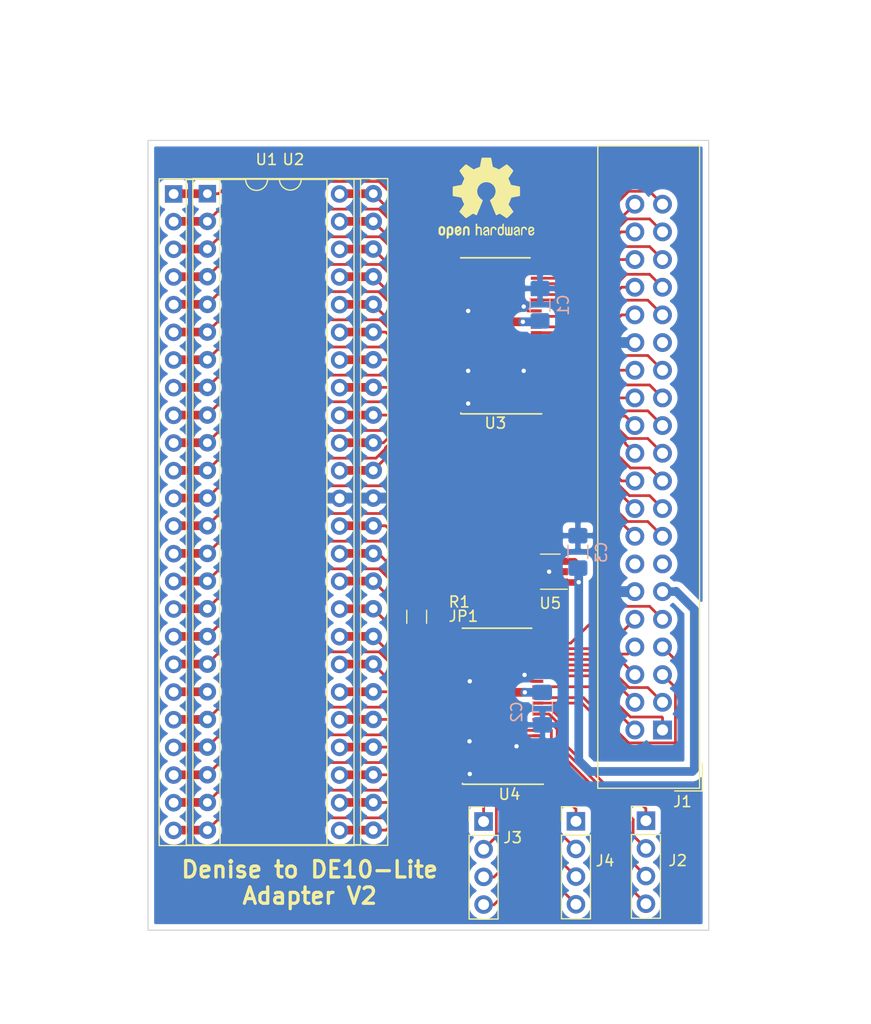
<source format=kicad_pcb>
(kicad_pcb (version 20171130) (host pcbnew "(5.1.4)-1")
  (layers (0 F.Cu signal) (31 B.Cu signal) (34 B.Paste user) (35 F.Paste user) (36 B.SilkS user) (37 F.SilkS user) (38 B.Mask user) (39 F.Mask user) (44 Edge.Cuts user))
  (net 0 "")
  (net 1 GND)
  (net 2 +5V)
  (net 3 3VD5)
  (net 4 3VD6)
  (net 5 3VD3)
  (net 6 3VD4)
  (net 7 3VD2)
  (net 8 3VD7)
  (net 9 3VD1)
  (net 10 3VD8)
  (net 11 +3V3)
  (net 12 3VD0)
  (net 13 3VD9)
  (net 14 3VM1H)
  (net 15 3VD10)
  (net 16 3VM0H)
  (net 17 3VD11)
  (net 18 3VRGA8)
  (net 19 3VD12)
  (net 20 3VRGA7)
  (net 21 3VD13)
  (net 22 3VRGA6)
  (net 23 3VD14)
  (net 24 3VRGA5)
  (net 25 3VD15)
  (net 26 3VRGA4)
  (net 27 3VM1V)
  (net 28 3VRGA3)
  (net 29 3VM0V)
  (net 30 3VCCK)
  (net 31 3VRGA2)
  (net 32 3VRGA1)
  (net 33 3VCSYNC)
  (net 34 3VBURST)
  (net 35 3VZD)
  (net 36 3VCDAC)
  (net 37 3VB1)
  (net 38 3VB0)
  (net 39 3VB2)
  (net 40 3VR3)
  (net 41 3VB3)
  (net 42 3VR2)
  (net 43 3VG0)
  (net 44 3VR1)
  (net 45 3VG1)
  (net 46 3VR0)
  (net 47 3VG2)
  (net 48 3VG3)
  (net 49 D7)
  (net 50 B0)
  (net 51 D8)
  (net 52 R3)
  (net 53 D9)
  (net 54 R2)
  (net 55 D10)
  (net 56 R1)
  (net 57 D11)
  (net 58 R0)
  (net 59 D12)
  (net 60 AM_VCC)
  (net 61 D13)
  (net 62 BURST)
  (net 63 D14)
  (net 64 RGA1)
  (net 65 D15)
  (net 66 RGA2)
  (net 67 M1V)
  (net 68 RGA3)
  (net 69 M0V)
  (net 70 RGA4)
  (net 71 RGA5)
  (net 72 CCK)
  (net 73 RGA6)
  (net 74 C7M)
  (net 75 RGA7)
  (net 76 CDAC)
  (net 77 RGA8)
  (net 78 ZD)
  (net 79 M0H)
  (net 80 CSYNC)
  (net 81 M1H)
  (net 82 G3)
  (net 83 D0)
  (net 84 G2)
  (net 85 D1)
  (net 86 G1)
  (net 87 D2)
  (net 88 G0)
  (net 89 D3)
  (net 90 B3)
  (net 91 D4)
  (net 92 B2)
  (net 93 D5)
  (net 94 B1)
  (net 95 D6)
  (net 96 "Net-(U3-Pad1)")
  (net 97 3VC7M)
  (net 98 "Net-(U4-Pad1)")
  (net 99 "Net-(J1-Pad14)")
  (net 100 "Net-(J1-Pad13)")
  (net 101 "Net-(U4-Pad30)")
  (net 102 "Net-(U4-Pad29)")
  (net 103 "Net-(U4-Pad28)")
  (net 104 "Net-(U4-Pad27)")
  (net 105 "Net-(JP1-Pad2)")
  (net 106 +4V)
  (net 107 "Net-(U5-Pad4)")
  (module Jumper:SolderJumper-2_P1.3mm_Bridged_RoundedPad1.0x1.5mm (layer F.Cu) (at 127.1778 111.2012 270)
    (fp_text reference JP1 (at -0.0254 -4.2926 180) (layer F.SilkS))
    (fp_text value SolderJumper_2_Bridged)
    (fp_poly (pts (xy 0.25 -0.3) (xy -0.25 -0.3) (xy -0.25 0.3) (xy 0.25 0.3)) (layer F.Cu) (width 0))
    (pad 1 smd custom (at -0.65 0 270) (size 1 0.5) (layers F.Cu F.Mask) (net 74 C7M) (options (clearance outline) (anchor rect)) (primitives (gr_circle (center 0 0.25) (end 0.5 0.25) (width 0)) (gr_circle (center 0 -0.25) (end 0.5 -0.25) (width 0)) (gr_poly (pts (xy 0 -0.75) (xy 0.5 -0.75) (xy 0.5 0.75) (xy 0 0.75)) (width 0))))
    (pad 2 smd custom (at 0.65 0 270) (size 1 0.5) (layers F.Cu F.Mask) (net 105 "Net-(JP1-Pad2)") (options (clearance outline) (anchor rect)) (primitives (gr_circle (center 0 0.25) (end 0.5 0.25) (width 0)) (gr_circle (center 0 -0.25) (end 0.5 -0.25) (width 0)) (gr_poly (pts (xy 0 -0.75) (xy -0.5 -0.75) (xy -0.5 0.75) (xy 0 0.75)) (width 0))))
  )
  (module my-footprints:DIP-48_W15.24mm_Socket_0.9dia (layer F.Cu) (at 104.8512 72.4154)
    (fp_text reference U1 (at 8.5217 -3.1654) (layer F.SilkS))
    (fp_text value Denise)
    (pad 1 thru_hole rect (at 0 0) (size 1.6 1.6) (drill 0.9) (layers *.Cu *.Mask) (net 95 D6))
    (pad 25 thru_hole oval (at 15.24 58.42) (size 1.6 1.6) (drill 0.9) (layers *.Cu *.Mask) (net 94 B1))
    (pad 2 thru_hole oval (at 0 2.54) (size 1.6 1.6) (drill 0.9) (layers *.Cu *.Mask) (net 93 D5))
    (pad 26 thru_hole oval (at 15.24 55.88) (size 1.6 1.6) (drill 0.9) (layers *.Cu *.Mask) (net 92 B2))
    (pad 3 thru_hole oval (at 0 5.08) (size 1.6 1.6) (drill 0.9) (layers *.Cu *.Mask) (net 91 D4))
    (pad 27 thru_hole oval (at 15.24 53.34) (size 1.6 1.6) (drill 0.9) (layers *.Cu *.Mask) (net 90 B3))
    (pad 4 thru_hole oval (at 0 7.62) (size 1.6 1.6) (drill 0.9) (layers *.Cu *.Mask) (net 89 D3))
    (pad 28 thru_hole oval (at 15.24 50.8) (size 1.6 1.6) (drill 0.9) (layers *.Cu *.Mask) (net 88 G0))
    (pad 5 thru_hole oval (at 0 10.16) (size 1.6 1.6) (drill 0.9) (layers *.Cu *.Mask) (net 87 D2))
    (pad 29 thru_hole oval (at 15.24 48.26) (size 1.6 1.6) (drill 0.9) (layers *.Cu *.Mask) (net 86 G1))
    (pad 6 thru_hole oval (at 0 12.7) (size 1.6 1.6) (drill 0.9) (layers *.Cu *.Mask) (net 85 D1))
    (pad 30 thru_hole oval (at 15.24 45.72) (size 1.6 1.6) (drill 0.9) (layers *.Cu *.Mask) (net 84 G2))
    (pad 7 thru_hole oval (at 0 15.24) (size 1.6 1.6) (drill 0.9) (layers *.Cu *.Mask) (net 83 D0))
    (pad 31 thru_hole oval (at 15.24 43.18) (size 1.6 1.6) (drill 0.9) (layers *.Cu *.Mask) (net 82 G3))
    (pad 8 thru_hole oval (at 0 17.78) (size 1.6 1.6) (drill 0.9) (layers *.Cu *.Mask) (net 81 M1H))
    (pad 32 thru_hole oval (at 15.24 40.64) (size 1.6 1.6) (drill 0.9) (layers *.Cu *.Mask) (net 80 CSYNC))
    (pad 9 thru_hole oval (at 0 20.32) (size 1.6 1.6) (drill 0.9) (layers *.Cu *.Mask) (net 79 M0H))
    (pad 33 thru_hole oval (at 15.24 38.1) (size 1.6 1.6) (drill 0.9) (layers *.Cu *.Mask) (net 78 ZD))
    (pad 10 thru_hole oval (at 0 22.86) (size 1.6 1.6) (drill 0.9) (layers *.Cu *.Mask) (net 77 RGA8))
    (pad 34 thru_hole oval (at 15.24 35.56) (size 1.6 1.6) (drill 0.9) (layers *.Cu *.Mask) (net 76 CDAC))
    (pad 11 thru_hole oval (at 0 25.4) (size 1.6 1.6) (drill 0.9) (layers *.Cu *.Mask) (net 75 RGA7))
    (pad 35 thru_hole oval (at 15.24 33.02) (size 1.6 1.6) (drill 0.9) (layers *.Cu *.Mask) (net 74 C7M))
    (pad 12 thru_hole oval (at 0 27.94) (size 1.6 1.6) (drill 0.9) (layers *.Cu *.Mask) (net 73 RGA6))
    (pad 36 thru_hole oval (at 15.24 30.48) (size 1.6 1.6) (drill 0.9) (layers *.Cu *.Mask) (net 72 CCK))
    (pad 13 thru_hole oval (at 0 30.48) (size 1.6 1.6) (drill 0.9) (layers *.Cu *.Mask) (net 71 RGA5))
    (pad 37 thru_hole oval (at 15.24 27.94) (size 1.6 1.6) (drill 0.9) (layers *.Cu *.Mask) (net 1 GND))
    (pad 14 thru_hole oval (at 0 33.02) (size 1.6 1.6) (drill 0.9) (layers *.Cu *.Mask) (net 70 RGA4))
    (pad 38 thru_hole oval (at 15.24 25.4) (size 1.6 1.6) (drill 0.9) (layers *.Cu *.Mask) (net 69 M0V))
    (pad 15 thru_hole oval (at 0 35.56) (size 1.6 1.6) (drill 0.9) (layers *.Cu *.Mask) (net 68 RGA3))
    (pad 39 thru_hole oval (at 15.24 22.86) (size 1.6 1.6) (drill 0.9) (layers *.Cu *.Mask) (net 67 M1V))
    (pad 16 thru_hole oval (at 0 38.1) (size 1.6 1.6) (drill 0.9) (layers *.Cu *.Mask) (net 66 RGA2))
    (pad 40 thru_hole oval (at 15.24 20.32) (size 1.6 1.6) (drill 0.9) (layers *.Cu *.Mask) (net 65 D15))
    (pad 17 thru_hole oval (at 0 40.64) (size 1.6 1.6) (drill 0.9) (layers *.Cu *.Mask) (net 64 RGA1))
    (pad 41 thru_hole oval (at 15.24 17.78) (size 1.6 1.6) (drill 0.9) (layers *.Cu *.Mask) (net 63 D14))
    (pad 18 thru_hole oval (at 0 43.18) (size 1.6 1.6) (drill 0.9) (layers *.Cu *.Mask) (net 62 BURST))
    (pad 42 thru_hole oval (at 15.24 15.24) (size 1.6 1.6) (drill 0.9) (layers *.Cu *.Mask) (net 61 D13))
    (pad 19 thru_hole oval (at 0 45.72) (size 1.6 1.6) (drill 0.9) (layers *.Cu *.Mask) (net 60 AM_VCC))
    (pad 43 thru_hole oval (at 15.24 12.7) (size 1.6 1.6) (drill 0.9) (layers *.Cu *.Mask) (net 59 D12))
    (pad 20 thru_hole oval (at 0 48.26) (size 1.6 1.6) (drill 0.9) (layers *.Cu *.Mask) (net 58 R0))
    (pad 44 thru_hole oval (at 15.24 10.16) (size 1.6 1.6) (drill 0.9) (layers *.Cu *.Mask) (net 57 D11))
    (pad 21 thru_hole oval (at 0 50.8) (size 1.6 1.6) (drill 0.9) (layers *.Cu *.Mask) (net 56 R1))
    (pad 45 thru_hole oval (at 15.24 7.62) (size 1.6 1.6) (drill 0.9) (layers *.Cu *.Mask) (net 55 D10))
    (pad 22 thru_hole oval (at 0 53.34) (size 1.6 1.6) (drill 0.9) (layers *.Cu *.Mask) (net 54 R2))
    (pad 46 thru_hole oval (at 15.24 5.08) (size 1.6 1.6) (drill 0.9) (layers *.Cu *.Mask) (net 53 D9))
    (pad 23 thru_hole oval (at 0 55.88) (size 1.6 1.6) (drill 0.9) (layers *.Cu *.Mask) (net 52 R3))
    (pad 47 thru_hole oval (at 15.24 2.54) (size 1.6 1.6) (drill 0.9) (layers *.Cu *.Mask) (net 51 D8))
    (pad 24 thru_hole oval (at 0 58.42) (size 1.6 1.6) (drill 0.9) (layers *.Cu *.Mask) (net 50 B0))
    (pad 48 thru_hole oval (at 15.24 0) (size 1.6 1.6) (drill 0.9) (layers *.Cu *.Mask) (net 49 D7))
  )
  (module Capacitor_SMD:C_1206_3216Metric_Pad1.42x1.75mm_HandSolder (layer B.Cu) (at 141.986 105.2687 90)
    (fp_text reference C3 (at -0.0397 2.159 270) (layer B.SilkS) (effects (justify mirror)))
    (fp_text value 100n)
    (pad 2 smd roundrect (at 1.4875 0 90) (size 1.425 1.75) (layers B.Cu B.Paste B.Mask) (roundrect_rratio 0.175439) (net 1 GND))
    (pad 1 smd roundrect (at -1.4875 0 90) (size 1.425 1.75) (layers B.Cu B.Paste B.Mask) (roundrect_rratio 0.175439) (net 2 +5V))
  )
  (module Package_TO_SOT_SMD:SOT-23-5 (layer F.Cu) (at 139.446 107.0864 180)
    (fp_text reference U5 (at 0 -2.9) (layer F.SilkS))
    (fp_text value TPS73643DBV)
    (pad 5 smd rect (at 1.1 -0.95 180) (size 1.06 0.65) (layers F.Cu F.Paste F.Mask) (net 106 +4V))
    (pad 4 smd rect (at 1.1 0.95 180) (size 1.06 0.65) (layers F.Cu F.Paste F.Mask) (net 107 "Net-(U5-Pad4)"))
    (pad 3 smd rect (at -1.1 0.95 180) (size 1.06 0.65) (layers F.Cu F.Paste F.Mask) (net 2 +5V))
    (pad 2 smd rect (at -1.1 0 180) (size 1.06 0.65) (layers F.Cu F.Paste F.Mask) (net 1 GND))
    (pad 1 smd rect (at -1.1 -0.95 180) (size 1.06 0.65) (layers F.Cu F.Paste F.Mask) (net 2 +5V))
  )
  (module Resistor_SMD:R_1206_3216Metric_Pad1.42x1.75mm_HandSolder (layer F.Cu) (at 127.1778 111.2266 90)
    (fp_text reference R1 (at 1.3589 3.9116 180) (layer F.SilkS))
    (fp_text value 33)
    (pad 2 smd roundrect (at 1.4875 0 90) (size 1.425 1.75) (layers F.Cu F.Paste F.Mask) (roundrect_rratio 0.175439) (net 74 C7M))
    (pad 1 smd roundrect (at -1.4875 0 90) (size 1.425 1.75) (layers F.Cu F.Paste F.Mask) (roundrect_rratio 0.175439) (net 105 "Net-(JP1-Pad2)"))
  )
  (module Symbol:OSHW-Logo2_9.8x8mm_SilkScreen (layer F.Cu) (at 133.5786 72.7964)
    (fp_text reference REF** hide)
    (fp_text value OSHW-Logo2_9.8x8mm_SilkScreen hide)
  )
  (module Package_DIP:DIP-48_W15.24mm_Socket (layer F.Cu) (at 107.95 72.39)
    (fp_text reference U2 (at 7.8994 -3.14) (layer F.SilkS))
    (fp_text value Denise)
    (pad 48 thru_hole oval (at 15.24 0) (size 1.6 1.6) (drill 0.8) (layers *.Cu *.Mask) (net 49 D7))
    (pad 24 thru_hole oval (at 0 58.42) (size 1.6 1.6) (drill 0.8) (layers *.Cu *.Mask) (net 50 B0))
    (pad 47 thru_hole oval (at 15.24 2.54) (size 1.6 1.6) (drill 0.8) (layers *.Cu *.Mask) (net 51 D8))
    (pad 23 thru_hole oval (at 0 55.88) (size 1.6 1.6) (drill 0.8) (layers *.Cu *.Mask) (net 52 R3))
    (pad 46 thru_hole oval (at 15.24 5.08) (size 1.6 1.6) (drill 0.8) (layers *.Cu *.Mask) (net 53 D9))
    (pad 22 thru_hole oval (at 0 53.34) (size 1.6 1.6) (drill 0.8) (layers *.Cu *.Mask) (net 54 R2))
    (pad 45 thru_hole oval (at 15.24 7.62) (size 1.6 1.6) (drill 0.8) (layers *.Cu *.Mask) (net 55 D10))
    (pad 21 thru_hole oval (at 0 50.8) (size 1.6 1.6) (drill 0.8) (layers *.Cu *.Mask) (net 56 R1))
    (pad 44 thru_hole oval (at 15.24 10.16) (size 1.6 1.6) (drill 0.8) (layers *.Cu *.Mask) (net 57 D11))
    (pad 20 thru_hole oval (at 0 48.26) (size 1.6 1.6) (drill 0.8) (layers *.Cu *.Mask) (net 58 R0))
    (pad 43 thru_hole oval (at 15.24 12.7) (size 1.6 1.6) (drill 0.8) (layers *.Cu *.Mask) (net 59 D12))
    (pad 19 thru_hole oval (at 0 45.72) (size 1.6 1.6) (drill 0.8) (layers *.Cu *.Mask) (net 60 AM_VCC))
    (pad 42 thru_hole oval (at 15.24 15.24) (size 1.6 1.6) (drill 0.8) (layers *.Cu *.Mask) (net 61 D13))
    (pad 18 thru_hole oval (at 0 43.18) (size 1.6 1.6) (drill 0.8) (layers *.Cu *.Mask) (net 62 BURST))
    (pad 41 thru_hole oval (at 15.24 17.78) (size 1.6 1.6) (drill 0.8) (layers *.Cu *.Mask) (net 63 D14))
    (pad 17 thru_hole oval (at 0 40.64) (size 1.6 1.6) (drill 0.8) (layers *.Cu *.Mask) (net 64 RGA1))
    (pad 40 thru_hole oval (at 15.24 20.32) (size 1.6 1.6) (drill 0.8) (layers *.Cu *.Mask) (net 65 D15))
    (pad 16 thru_hole oval (at 0 38.1) (size 1.6 1.6) (drill 0.8) (layers *.Cu *.Mask) (net 66 RGA2))
    (pad 39 thru_hole oval (at 15.24 22.86) (size 1.6 1.6) (drill 0.8) (layers *.Cu *.Mask) (net 67 M1V))
    (pad 15 thru_hole oval (at 0 35.56) (size 1.6 1.6) (drill 0.8) (layers *.Cu *.Mask) (net 68 RGA3))
    (pad 38 thru_hole oval (at 15.24 25.4) (size 1.6 1.6) (drill 0.8) (layers *.Cu *.Mask) (net 69 M0V))
    (pad 14 thru_hole oval (at 0 33.02) (size 1.6 1.6) (drill 0.8) (layers *.Cu *.Mask) (net 70 RGA4))
    (pad 37 thru_hole oval (at 15.24 27.94) (size 1.6 1.6) (drill 0.8) (layers *.Cu *.Mask) (net 1 GND))
    (pad 13 thru_hole oval (at 0 30.48) (size 1.6 1.6) (drill 0.8) (layers *.Cu *.Mask) (net 71 RGA5))
    (pad 36 thru_hole oval (at 15.24 30.48) (size 1.6 1.6) (drill 0.8) (layers *.Cu *.Mask) (net 72 CCK))
    (pad 12 thru_hole oval (at 0 27.94) (size 1.6 1.6) (drill 0.8) (layers *.Cu *.Mask) (net 73 RGA6))
    (pad 35 thru_hole oval (at 15.24 33.02) (size 1.6 1.6) (drill 0.8) (layers *.Cu *.Mask) (net 74 C7M))
    (pad 11 thru_hole oval (at 0 25.4) (size 1.6 1.6) (drill 0.8) (layers *.Cu *.Mask) (net 75 RGA7))
    (pad 34 thru_hole oval (at 15.24 35.56) (size 1.6 1.6) (drill 0.8) (layers *.Cu *.Mask) (net 76 CDAC))
    (pad 10 thru_hole oval (at 0 22.86) (size 1.6 1.6) (drill 0.8) (layers *.Cu *.Mask) (net 77 RGA8))
    (pad 33 thru_hole oval (at 15.24 38.1) (size 1.6 1.6) (drill 0.8) (layers *.Cu *.Mask) (net 78 ZD))
    (pad 9 thru_hole oval (at 0 20.32) (size 1.6 1.6) (drill 0.8) (layers *.Cu *.Mask) (net 79 M0H))
    (pad 32 thru_hole oval (at 15.24 40.64) (size 1.6 1.6) (drill 0.8) (layers *.Cu *.Mask) (net 80 CSYNC))
    (pad 8 thru_hole oval (at 0 17.78) (size 1.6 1.6) (drill 0.8) (layers *.Cu *.Mask) (net 81 M1H))
    (pad 31 thru_hole oval (at 15.24 43.18) (size 1.6 1.6) (drill 0.8) (layers *.Cu *.Mask) (net 82 G3))
    (pad 7 thru_hole oval (at 0 15.24) (size 1.6 1.6) (drill 0.8) (layers *.Cu *.Mask) (net 83 D0))
    (pad 30 thru_hole oval (at 15.24 45.72) (size 1.6 1.6) (drill 0.8) (layers *.Cu *.Mask) (net 84 G2))
    (pad 6 thru_hole oval (at 0 12.7) (size 1.6 1.6) (drill 0.8) (layers *.Cu *.Mask) (net 85 D1))
    (pad 29 thru_hole oval (at 15.24 48.26) (size 1.6 1.6) (drill 0.8) (layers *.Cu *.Mask) (net 86 G1))
    (pad 5 thru_hole oval (at 0 10.16) (size 1.6 1.6) (drill 0.8) (layers *.Cu *.Mask) (net 87 D2))
    (pad 28 thru_hole oval (at 15.24 50.8) (size 1.6 1.6) (drill 0.8) (layers *.Cu *.Mask) (net 88 G0))
    (pad 4 thru_hole oval (at 0 7.62) (size 1.6 1.6) (drill 0.8) (layers *.Cu *.Mask) (net 89 D3))
    (pad 27 thru_hole oval (at 15.24 53.34) (size 1.6 1.6) (drill 0.8) (layers *.Cu *.Mask) (net 90 B3))
    (pad 3 thru_hole oval (at 0 5.08) (size 1.6 1.6) (drill 0.8) (layers *.Cu *.Mask) (net 91 D4))
    (pad 26 thru_hole oval (at 15.24 55.88) (size 1.6 1.6) (drill 0.8) (layers *.Cu *.Mask) (net 92 B2))
    (pad 2 thru_hole oval (at 0 2.54) (size 1.6 1.6) (drill 0.8) (layers *.Cu *.Mask) (net 93 D5))
    (pad 25 thru_hole oval (at 15.24 58.42) (size 1.6 1.6) (drill 0.8) (layers *.Cu *.Mask) (net 94 B1))
    (pad 1 thru_hole rect (at 0 0) (size 1.6 1.6) (drill 0.8) (layers *.Cu *.Mask) (net 95 D6))
  )
  (module Connector_PinHeader_2.54mm:PinHeader_1x04_P2.54mm_Vertical (layer F.Cu) (at 141.8082 129.9972)
    (fp_text reference J4 (at 2.667 3.6322) (layer F.SilkS))
    (fp_text value Conn_01x04)
    (pad 4 thru_hole oval (at 0 7.62) (size 1.7 1.7) (drill 1) (layers *.Cu *.Mask) (net 37 3VB1))
    (pad 3 thru_hole oval (at 0 5.08) (size 1.7 1.7) (drill 1) (layers *.Cu *.Mask) (net 38 3VB0))
    (pad 2 thru_hole oval (at 0 2.54) (size 1.7 1.7) (drill 1) (layers *.Cu *.Mask) (net 39 3VB2))
    (pad 1 thru_hole rect (at 0 0) (size 1.7 1.7) (drill 1) (layers *.Cu *.Mask) (net 40 3VR3))
  )
  (module Connector_PinHeader_2.54mm:PinHeader_1x04_P2.54mm_Vertical (layer F.Cu) (at 133.3246 130.0226)
    (fp_text reference J3 (at 2.6754 1.4774) (layer F.SilkS))
    (fp_text value Conn_01x04)
    (pad 4 thru_hole oval (at 0 7.62) (size 1.7 1.7) (drill 1) (layers *.Cu *.Mask) (net 41 3VB3))
    (pad 3 thru_hole oval (at 0 5.08) (size 1.7 1.7) (drill 1) (layers *.Cu *.Mask) (net 42 3VR2))
    (pad 2 thru_hole oval (at 0 2.54) (size 1.7 1.7) (drill 1) (layers *.Cu *.Mask) (net 43 3VG0))
    (pad 1 thru_hole rect (at 0 0) (size 1.7 1.7) (drill 1) (layers *.Cu *.Mask) (net 44 3VR1))
  )
  (module Connector_PinHeader_2.54mm:PinHeader_1x04_P2.54mm_Vertical (layer F.Cu) (at 148.2344 129.9464)
    (fp_text reference J2 (at 2.921 3.6576) (layer F.SilkS))
    (fp_text value Conn_01x04)
    (pad 4 thru_hole oval (at 0 7.62) (size 1.7 1.7) (drill 1) (layers *.Cu *.Mask) (net 45 3VG1))
    (pad 3 thru_hole oval (at 0 5.08) (size 1.7 1.7) (drill 1) (layers *.Cu *.Mask) (net 46 3VR0))
    (pad 2 thru_hole oval (at 0 2.54) (size 1.7 1.7) (drill 1) (layers *.Cu *.Mask) (net 47 3VG2))
    (pad 1 thru_hole rect (at 0 0) (size 1.7 1.7) (drill 1) (layers *.Cu *.Mask) (net 48 3VG3))
  )
  (module Package_SO:TSSOP-56_6.1x14mm_P0.5mm (layer F.Cu) (at 134.5564 119.4 180)
    (fp_text reference U4 (at -1.1431 -8.1207) (layer F.SilkS))
    (fp_text value SN74CBT16211A)
    (pad 56 smd rect (at 3.75 -6.75 180) (size 1 0.285) (layers F.Cu F.Paste F.Mask) (net 1 GND))
    (pad 55 smd rect (at 3.75 -6.25 180) (size 1 0.285) (layers F.Cu F.Paste F.Mask) (net 1 GND))
    (pad 54 smd rect (at 3.75 -5.75 180) (size 1 0.285) (layers F.Cu F.Paste F.Mask) (net 94 B1))
    (pad 53 smd rect (at 3.75 -5.25 180) (size 1 0.285) (layers F.Cu F.Paste F.Mask) (net 50 B0))
    (pad 52 smd rect (at 3.75 -4.75 180) (size 1 0.285) (layers F.Cu F.Paste F.Mask) (net 92 B2))
    (pad 51 smd rect (at 3.75 -4.25 180) (size 1 0.285) (layers F.Cu F.Paste F.Mask) (net 52 R3))
    (pad 50 smd rect (at 3.75 -3.75 180) (size 1 0.285) (layers F.Cu F.Paste F.Mask) (net 90 B3))
    (pad 49 smd rect (at 3.75 -3.25 180) (size 1 0.285) (layers F.Cu F.Paste F.Mask) (net 1 GND))
    (pad 48 smd rect (at 3.75 -2.75 180) (size 1 0.285) (layers F.Cu F.Paste F.Mask) (net 54 R2))
    (pad 47 smd rect (at 3.75 -2.25 180) (size 1 0.285) (layers F.Cu F.Paste F.Mask) (net 88 G0))
    (pad 46 smd rect (at 3.75 -1.75 180) (size 1 0.285) (layers F.Cu F.Paste F.Mask) (net 56 R1))
    (pad 45 smd rect (at 3.75 -1.25 180) (size 1 0.285) (layers F.Cu F.Paste F.Mask) (net 86 G1))
    (pad 44 smd rect (at 3.75 -0.75 180) (size 1 0.285) (layers F.Cu F.Paste F.Mask) (net 58 R0))
    (pad 43 smd rect (at 3.75 -0.25 180) (size 1 0.285) (layers F.Cu F.Paste F.Mask) (net 84 G2))
    (pad 42 smd rect (at 3.75 0.25 180) (size 1 0.285) (layers F.Cu F.Paste F.Mask) (net 82 G3))
    (pad 41 smd rect (at 3.75 0.75 180) (size 1 0.285) (layers F.Cu F.Paste F.Mask) (net 62 BURST))
    (pad 40 smd rect (at 3.75 1.25 180) (size 1 0.285) (layers F.Cu F.Paste F.Mask) (net 80 CSYNC))
    (pad 39 smd rect (at 3.75 1.75 180) (size 1 0.285) (layers F.Cu F.Paste F.Mask) (net 78 ZD))
    (pad 38 smd rect (at 3.75 2.25 180) (size 1 0.285) (layers F.Cu F.Paste F.Mask) (net 1 GND))
    (pad 37 smd rect (at 3.75 2.75 180) (size 1 0.285) (layers F.Cu F.Paste F.Mask) (net 76 CDAC))
    (pad 36 smd rect (at 3.75 3.25 180) (size 1 0.285) (layers F.Cu F.Paste F.Mask) (net 64 RGA1))
    (pad 35 smd rect (at 3.75 3.75 180) (size 1 0.285) (layers F.Cu F.Paste F.Mask) (net 105 "Net-(JP1-Pad2)"))
    (pad 34 smd rect (at 3.75 4.25 180) (size 1 0.285) (layers F.Cu F.Paste F.Mask) (net 66 RGA2))
    (pad 33 smd rect (at 3.75 4.75 180) (size 1 0.285) (layers F.Cu F.Paste F.Mask) (net 72 CCK))
    (pad 32 smd rect (at 3.75 5.25 180) (size 1 0.285) (layers F.Cu F.Paste F.Mask) (net 68 RGA3))
    (pad 31 smd rect (at 3.75 5.75 180) (size 1 0.285) (layers F.Cu F.Paste F.Mask) (net 70 RGA4))
    (pad 30 smd rect (at 3.75 6.25 180) (size 1 0.285) (layers F.Cu F.Paste F.Mask) (net 101 "Net-(U4-Pad30)"))
    (pad 29 smd rect (at 3.75 6.75 180) (size 1 0.285) (layers F.Cu F.Paste F.Mask) (net 102 "Net-(U4-Pad29)"))
    (pad 28 smd rect (at -3.75 6.75 180) (size 1 0.285) (layers F.Cu F.Paste F.Mask) (net 103 "Net-(U4-Pad28)"))
    (pad 27 smd rect (at -3.75 6.25 180) (size 1 0.285) (layers F.Cu F.Paste F.Mask) (net 104 "Net-(U4-Pad27)"))
    (pad 26 smd rect (at -3.75 5.75 180) (size 1 0.285) (layers F.Cu F.Paste F.Mask) (net 26 3VRGA4))
    (pad 25 smd rect (at -3.75 5.25 180) (size 1 0.285) (layers F.Cu F.Paste F.Mask) (net 28 3VRGA3))
    (pad 24 smd rect (at -3.75 4.75 180) (size 1 0.285) (layers F.Cu F.Paste F.Mask) (net 30 3VCCK))
    (pad 23 smd rect (at -3.75 4.25 180) (size 1 0.285) (layers F.Cu F.Paste F.Mask) (net 31 3VRGA2))
    (pad 22 smd rect (at -3.75 3.75 180) (size 1 0.285) (layers F.Cu F.Paste F.Mask) (net 97 3VC7M))
    (pad 21 smd rect (at -3.75 3.25 180) (size 1 0.285) (layers F.Cu F.Paste F.Mask) (net 32 3VRGA1))
    (pad 20 smd rect (at -3.75 2.75 180) (size 1 0.285) (layers F.Cu F.Paste F.Mask) (net 36 3VCDAC))
    (pad 19 smd rect (at -3.75 2.25 180) (size 1 0.285) (layers F.Cu F.Paste F.Mask) (net 1 GND))
    (pad 18 smd rect (at -3.75 1.75 180) (size 1 0.285) (layers F.Cu F.Paste F.Mask) (net 35 3VZD))
    (pad 17 smd rect (at -3.75 1.25 180) (size 1 0.285) (layers F.Cu F.Paste F.Mask) (net 106 +4V))
    (pad 16 smd rect (at -3.75 0.75 180) (size 1 0.285) (layers F.Cu F.Paste F.Mask) (net 33 3VCSYNC))
    (pad 15 smd rect (at -3.75 0.25 180) (size 1 0.285) (layers F.Cu F.Paste F.Mask) (net 34 3VBURST))
    (pad 14 smd rect (at -3.75 -0.25 180) (size 1 0.285) (layers F.Cu F.Paste F.Mask) (net 48 3VG3))
    (pad 13 smd rect (at -3.75 -0.75 180) (size 1 0.285) (layers F.Cu F.Paste F.Mask) (net 47 3VG2))
    (pad 12 smd rect (at -3.75 -1.25 180) (size 1 0.285) (layers F.Cu F.Paste F.Mask) (net 46 3VR0))
    (pad 11 smd rect (at -3.75 -1.75 180) (size 1 0.285) (layers F.Cu F.Paste F.Mask) (net 45 3VG1))
    (pad 10 smd rect (at -3.75 -2.25 180) (size 1 0.285) (layers F.Cu F.Paste F.Mask) (net 44 3VR1))
    (pad 9 smd rect (at -3.75 -2.75 180) (size 1 0.285) (layers F.Cu F.Paste F.Mask) (net 43 3VG0))
    (pad 8 smd rect (at -3.75 -3.25 180) (size 1 0.285) (layers F.Cu F.Paste F.Mask) (net 1 GND))
    (pad 7 smd rect (at -3.75 -3.75 180) (size 1 0.285) (layers F.Cu F.Paste F.Mask) (net 42 3VR2))
    (pad 6 smd rect (at -3.75 -4.25 180) (size 1 0.285) (layers F.Cu F.Paste F.Mask) (net 41 3VB3))
    (pad 5 smd rect (at -3.75 -4.75 180) (size 1 0.285) (layers F.Cu F.Paste F.Mask) (net 40 3VR3))
    (pad 4 smd rect (at -3.75 -5.25 180) (size 1 0.285) (layers F.Cu F.Paste F.Mask) (net 39 3VB2))
    (pad 3 smd rect (at -3.75 -5.75 180) (size 1 0.285) (layers F.Cu F.Paste F.Mask) (net 38 3VB0))
    (pad 2 smd rect (at -3.75 -6.25 180) (size 1 0.285) (layers F.Cu F.Paste F.Mask) (net 37 3VB1))
    (pad 1 smd rect (at -3.75 -6.75 180) (size 1 0.285) (layers F.Cu F.Paste F.Mask) (net 98 "Net-(U4-Pad1)"))
  )
  (module Package_SO:TSSOP-56_6.1x14mm_P0.5mm (layer F.Cu) (at 134.4064 85.4 180)
    (fp_text reference U3 (at 0 -8.05) (layer F.SilkS))
    (fp_text value SN74CBT16211A)
    (pad 56 smd rect (at 3.75 -6.75 180) (size 1 0.285) (layers F.Cu F.Paste F.Mask) (net 1 GND))
    (pad 55 smd rect (at 3.75 -6.25 180) (size 1 0.285) (layers F.Cu F.Paste F.Mask) (net 1 GND))
    (pad 54 smd rect (at 3.75 -5.75 180) (size 1 0.285) (layers F.Cu F.Paste F.Mask) (net 69 M0V))
    (pad 53 smd rect (at 3.75 -5.25 180) (size 1 0.285) (layers F.Cu F.Paste F.Mask) (net 71 RGA5))
    (pad 52 smd rect (at 3.75 -4.75 180) (size 1 0.285) (layers F.Cu F.Paste F.Mask) (net 67 M1V))
    (pad 51 smd rect (at 3.75 -4.25 180) (size 1 0.285) (layers F.Cu F.Paste F.Mask) (net 73 RGA6))
    (pad 50 smd rect (at 3.75 -3.75 180) (size 1 0.285) (layers F.Cu F.Paste F.Mask) (net 65 D15))
    (pad 49 smd rect (at 3.75 -3.25 180) (size 1 0.285) (layers F.Cu F.Paste F.Mask) (net 1 GND))
    (pad 48 smd rect (at 3.75 -2.75 180) (size 1 0.285) (layers F.Cu F.Paste F.Mask) (net 75 RGA7))
    (pad 47 smd rect (at 3.75 -2.25 180) (size 1 0.285) (layers F.Cu F.Paste F.Mask) (net 63 D14))
    (pad 46 smd rect (at 3.75 -1.75 180) (size 1 0.285) (layers F.Cu F.Paste F.Mask) (net 77 RGA8))
    (pad 45 smd rect (at 3.75 -1.25 180) (size 1 0.285) (layers F.Cu F.Paste F.Mask) (net 61 D13))
    (pad 44 smd rect (at 3.75 -0.75 180) (size 1 0.285) (layers F.Cu F.Paste F.Mask) (net 79 M0H))
    (pad 43 smd rect (at 3.75 -0.25 180) (size 1 0.285) (layers F.Cu F.Paste F.Mask) (net 59 D12))
    (pad 42 smd rect (at 3.75 0.25 180) (size 1 0.285) (layers F.Cu F.Paste F.Mask) (net 81 M1H))
    (pad 41 smd rect (at 3.75 0.75 180) (size 1 0.285) (layers F.Cu F.Paste F.Mask) (net 57 D11))
    (pad 40 smd rect (at 3.75 1.25 180) (size 1 0.285) (layers F.Cu F.Paste F.Mask) (net 83 D0))
    (pad 39 smd rect (at 3.75 1.75 180) (size 1 0.285) (layers F.Cu F.Paste F.Mask) (net 55 D10))
    (pad 38 smd rect (at 3.75 2.25 180) (size 1 0.285) (layers F.Cu F.Paste F.Mask) (net 1 GND))
    (pad 37 smd rect (at 3.75 2.75 180) (size 1 0.285) (layers F.Cu F.Paste F.Mask) (net 85 D1))
    (pad 36 smd rect (at 3.75 3.25 180) (size 1 0.285) (layers F.Cu F.Paste F.Mask) (net 53 D9))
    (pad 35 smd rect (at 3.75 3.75 180) (size 1 0.285) (layers F.Cu F.Paste F.Mask) (net 87 D2))
    (pad 34 smd rect (at 3.75 4.25 180) (size 1 0.285) (layers F.Cu F.Paste F.Mask) (net 51 D8))
    (pad 33 smd rect (at 3.75 4.75 180) (size 1 0.285) (layers F.Cu F.Paste F.Mask) (net 89 D3))
    (pad 32 smd rect (at 3.75 5.25 180) (size 1 0.285) (layers F.Cu F.Paste F.Mask) (net 49 D7))
    (pad 31 smd rect (at 3.75 5.75 180) (size 1 0.285) (layers F.Cu F.Paste F.Mask) (net 91 D4))
    (pad 30 smd rect (at 3.75 6.25 180) (size 1 0.285) (layers F.Cu F.Paste F.Mask) (net 93 D5))
    (pad 29 smd rect (at 3.75 6.75 180) (size 1 0.285) (layers F.Cu F.Paste F.Mask) (net 95 D6))
    (pad 28 smd rect (at -3.75 6.75 180) (size 1 0.285) (layers F.Cu F.Paste F.Mask) (net 4 3VD6))
    (pad 27 smd rect (at -3.75 6.25 180) (size 1 0.285) (layers F.Cu F.Paste F.Mask) (net 3 3VD5))
    (pad 26 smd rect (at -3.75 5.75 180) (size 1 0.285) (layers F.Cu F.Paste F.Mask) (net 6 3VD4))
    (pad 25 smd rect (at -3.75 5.25 180) (size 1 0.285) (layers F.Cu F.Paste F.Mask) (net 8 3VD7))
    (pad 24 smd rect (at -3.75 4.75 180) (size 1 0.285) (layers F.Cu F.Paste F.Mask) (net 5 3VD3))
    (pad 23 smd rect (at -3.75 4.25 180) (size 1 0.285) (layers F.Cu F.Paste F.Mask) (net 10 3VD8))
    (pad 22 smd rect (at -3.75 3.75 180) (size 1 0.285) (layers F.Cu F.Paste F.Mask) (net 7 3VD2))
    (pad 21 smd rect (at -3.75 3.25 180) (size 1 0.285) (layers F.Cu F.Paste F.Mask) (net 13 3VD9))
    (pad 20 smd rect (at -3.75 2.75 180) (size 1 0.285) (layers F.Cu F.Paste F.Mask) (net 9 3VD1))
    (pad 19 smd rect (at -3.75 2.25 180) (size 1 0.285) (layers F.Cu F.Paste F.Mask) (net 1 GND))
    (pad 18 smd rect (at -3.75 1.75 180) (size 1 0.285) (layers F.Cu F.Paste F.Mask) (net 15 3VD10))
    (pad 17 smd rect (at -3.75 1.25 180) (size 1 0.285) (layers F.Cu F.Paste F.Mask) (net 106 +4V))
    (pad 16 smd rect (at -3.75 0.75 180) (size 1 0.285) (layers F.Cu F.Paste F.Mask) (net 12 3VD0))
    (pad 15 smd rect (at -3.75 0.25 180) (size 1 0.285) (layers F.Cu F.Paste F.Mask) (net 17 3VD11))
    (pad 14 smd rect (at -3.75 -0.25 180) (size 1 0.285) (layers F.Cu F.Paste F.Mask) (net 14 3VM1H))
    (pad 13 smd rect (at -3.75 -0.75 180) (size 1 0.285) (layers F.Cu F.Paste F.Mask) (net 19 3VD12))
    (pad 12 smd rect (at -3.75 -1.25 180) (size 1 0.285) (layers F.Cu F.Paste F.Mask) (net 16 3VM0H))
    (pad 11 smd rect (at -3.75 -1.75 180) (size 1 0.285) (layers F.Cu F.Paste F.Mask) (net 21 3VD13))
    (pad 10 smd rect (at -3.75 -2.25 180) (size 1 0.285) (layers F.Cu F.Paste F.Mask) (net 18 3VRGA8))
    (pad 9 smd rect (at -3.75 -2.75 180) (size 1 0.285) (layers F.Cu F.Paste F.Mask) (net 23 3VD14))
    (pad 8 smd rect (at -3.75 -3.25 180) (size 1 0.285) (layers F.Cu F.Paste F.Mask) (net 1 GND))
    (pad 7 smd rect (at -3.75 -3.75 180) (size 1 0.285) (layers F.Cu F.Paste F.Mask) (net 20 3VRGA7))
    (pad 6 smd rect (at -3.75 -4.25 180) (size 1 0.285) (layers F.Cu F.Paste F.Mask) (net 25 3VD15))
    (pad 5 smd rect (at -3.75 -4.75 180) (size 1 0.285) (layers F.Cu F.Paste F.Mask) (net 22 3VRGA6))
    (pad 4 smd rect (at -3.75 -5.25 180) (size 1 0.285) (layers F.Cu F.Paste F.Mask) (net 27 3VM1V))
    (pad 3 smd rect (at -3.75 -5.75 180) (size 1 0.285) (layers F.Cu F.Paste F.Mask) (net 24 3VRGA5))
    (pad 2 smd rect (at -3.75 -6.25 180) (size 1 0.285) (layers F.Cu F.Paste F.Mask) (net 29 3VM0V))
    (pad 1 smd rect (at -3.75 -6.75 180) (size 1 0.285) (layers F.Cu F.Paste F.Mask) (net 96 "Net-(U3-Pad1)"))
  )
  (module Connector_IDC:IDC-Header_2x20_P2.54mm_Vertical (layer F.Cu) (at 149.7584 121.6152 180)
    (fp_text reference J1 (at -1.8288 -6.5786) (layer F.SilkS))
    (fp_text value Conn_02x20_Odd_Even)
    (pad 40 thru_hole oval (at 2.54 48.26 180) (size 1.7272 1.7272) (drill 1.016) (layers *.Cu *.Mask) (net 3 3VD5))
    (pad 39 thru_hole oval (at 0 48.26 180) (size 1.7272 1.7272) (drill 1.016) (layers *.Cu *.Mask) (net 4 3VD6))
    (pad 38 thru_hole oval (at 2.54 45.72 180) (size 1.7272 1.7272) (drill 1.016) (layers *.Cu *.Mask) (net 8 3VD7))
    (pad 37 thru_hole oval (at 0 45.72 180) (size 1.7272 1.7272) (drill 1.016) (layers *.Cu *.Mask) (net 6 3VD4))
    (pad 36 thru_hole oval (at 2.54 43.18 180) (size 1.7272 1.7272) (drill 1.016) (layers *.Cu *.Mask) (net 10 3VD8))
    (pad 35 thru_hole oval (at 0 43.18 180) (size 1.7272 1.7272) (drill 1.016) (layers *.Cu *.Mask) (net 5 3VD3))
    (pad 34 thru_hole oval (at 2.54 40.64 180) (size 1.7272 1.7272) (drill 1.016) (layers *.Cu *.Mask) (net 13 3VD9))
    (pad 33 thru_hole oval (at 0 40.64 180) (size 1.7272 1.7272) (drill 1.016) (layers *.Cu *.Mask) (net 7 3VD2))
    (pad 32 thru_hole oval (at 2.54 38.1 180) (size 1.7272 1.7272) (drill 1.016) (layers *.Cu *.Mask) (net 15 3VD10))
    (pad 31 thru_hole oval (at 0 38.1 180) (size 1.7272 1.7272) (drill 1.016) (layers *.Cu *.Mask) (net 9 3VD1))
    (pad 30 thru_hole oval (at 2.54 35.56 180) (size 1.7272 1.7272) (drill 1.016) (layers *.Cu *.Mask) (net 1 GND))
    (pad 29 thru_hole oval (at 0 35.56 180) (size 1.7272 1.7272) (drill 1.016) (layers *.Cu *.Mask) (net 11 +3V3))
    (pad 28 thru_hole oval (at 2.54 33.02 180) (size 1.7272 1.7272) (drill 1.016) (layers *.Cu *.Mask) (net 17 3VD11))
    (pad 27 thru_hole oval (at 0 33.02 180) (size 1.7272 1.7272) (drill 1.016) (layers *.Cu *.Mask) (net 12 3VD0))
    (pad 26 thru_hole oval (at 2.54 30.48 180) (size 1.7272 1.7272) (drill 1.016) (layers *.Cu *.Mask) (net 19 3VD12))
    (pad 25 thru_hole oval (at 0 30.48 180) (size 1.7272 1.7272) (drill 1.016) (layers *.Cu *.Mask) (net 14 3VM1H))
    (pad 24 thru_hole oval (at 2.54 27.94 180) (size 1.7272 1.7272) (drill 1.016) (layers *.Cu *.Mask) (net 21 3VD13))
    (pad 23 thru_hole oval (at 0 27.94 180) (size 1.7272 1.7272) (drill 1.016) (layers *.Cu *.Mask) (net 16 3VM0H))
    (pad 22 thru_hole oval (at 2.54 25.4 180) (size 1.7272 1.7272) (drill 1.016) (layers *.Cu *.Mask) (net 23 3VD14))
    (pad 21 thru_hole oval (at 0 25.4 180) (size 1.7272 1.7272) (drill 1.016) (layers *.Cu *.Mask) (net 18 3VRGA8))
    (pad 20 thru_hole oval (at 2.54 22.86 180) (size 1.7272 1.7272) (drill 1.016) (layers *.Cu *.Mask) (net 25 3VD15))
    (pad 19 thru_hole oval (at 0 22.86 180) (size 1.7272 1.7272) (drill 1.016) (layers *.Cu *.Mask) (net 20 3VRGA7))
    (pad 18 thru_hole oval (at 2.54 20.32 180) (size 1.7272 1.7272) (drill 1.016) (layers *.Cu *.Mask) (net 27 3VM1V))
    (pad 17 thru_hole oval (at 0 20.32 180) (size 1.7272 1.7272) (drill 1.016) (layers *.Cu *.Mask) (net 22 3VRGA6))
    (pad 16 thru_hole oval (at 2.54 17.78 180) (size 1.7272 1.7272) (drill 1.016) (layers *.Cu *.Mask) (net 29 3VM0V))
    (pad 15 thru_hole oval (at 0 17.78 180) (size 1.7272 1.7272) (drill 1.016) (layers *.Cu *.Mask) (net 24 3VRGA5))
    (pad 14 thru_hole oval (at 2.54 15.24 180) (size 1.7272 1.7272) (drill 1.016) (layers *.Cu *.Mask) (net 99 "Net-(J1-Pad14)"))
    (pad 13 thru_hole oval (at 0 15.24 180) (size 1.7272 1.7272) (drill 1.016) (layers *.Cu *.Mask) (net 100 "Net-(J1-Pad13)"))
    (pad 12 thru_hole oval (at 2.54 12.7 180) (size 1.7272 1.7272) (drill 1.016) (layers *.Cu *.Mask) (net 1 GND))
    (pad 11 thru_hole oval (at 0 12.7 180) (size 1.7272 1.7272) (drill 1.016) (layers *.Cu *.Mask) (net 2 +5V))
    (pad 10 thru_hole oval (at 2.54 10.16 180) (size 1.7272 1.7272) (drill 1.016) (layers *.Cu *.Mask) (net 28 3VRGA3))
    (pad 9 thru_hole oval (at 0 10.16 180) (size 1.7272 1.7272) (drill 1.016) (layers *.Cu *.Mask) (net 26 3VRGA4))
    (pad 8 thru_hole oval (at 2.54 7.62 180) (size 1.7272 1.7272) (drill 1.016) (layers *.Cu *.Mask) (net 30 3VCCK))
    (pad 7 thru_hole oval (at 0 7.62 180) (size 1.7272 1.7272) (drill 1.016) (layers *.Cu *.Mask) (net 34 3VBURST))
    (pad 6 thru_hole oval (at 2.54 5.08 180) (size 1.7272 1.7272) (drill 1.016) (layers *.Cu *.Mask) (net 31 3VRGA2))
    (pad 5 thru_hole oval (at 0 5.08 180) (size 1.7272 1.7272) (drill 1.016) (layers *.Cu *.Mask) (net 33 3VCSYNC))
    (pad 4 thru_hole oval (at 2.54 2.54 180) (size 1.7272 1.7272) (drill 1.016) (layers *.Cu *.Mask) (net 32 3VRGA1))
    (pad 3 thru_hole oval (at 0 2.54 180) (size 1.7272 1.7272) (drill 1.016) (layers *.Cu *.Mask) (net 97 3VC7M))
    (pad 2 thru_hole oval (at 2.54 0 180) (size 1.7272 1.7272) (drill 1.016) (layers *.Cu *.Mask) (net 35 3VZD))
    (pad 1 thru_hole rect (at 0 0 180) (size 1.7272 1.7272) (drill 1.016) (layers *.Cu *.Mask) (net 36 3VCDAC))
  )
  (module Capacitor_SMD:C_1206_3216Metric_Pad1.42x1.75mm_HandSolder (layer B.Cu) (at 138.7348 119.6594 270)
    (fp_text reference C2 (at 0.3048 2.3749 270) (layer B.SilkS) (effects (justify mirror)))
    (fp_text value 100n)
    (pad 2 smd roundrect (at 1.4875 0 270) (size 1.425 1.75) (layers B.Cu B.Paste B.Mask) (roundrect_rratio 0.175439) (net 1 GND))
    (pad 1 smd roundrect (at -1.4875 0 270) (size 1.425 1.75) (layers B.Cu B.Paste B.Mask) (roundrect_rratio 0.175439) (net 106 +4V))
  )
  (module Capacitor_SMD:C_1206_3216Metric_Pad1.42x1.75mm_HandSolder (layer B.Cu) (at 138.5062 82.5754 90)
    (fp_text reference C1 (at -0.0381 2.1336 270) (layer B.SilkS) (effects (justify mirror)))
    (fp_text value 100n)
    (pad 2 smd roundrect (at 1.4875 0 90) (size 1.425 1.75) (layers B.Cu B.Paste B.Mask) (roundrect_rratio 0.175439) (net 1 GND))
    (pad 1 smd roundrect (at -1.4875 0 90) (size 1.425 1.75) (layers B.Cu B.Paste B.Mask) (roundrect_rratio 0.175439) (net 106 +4V))
  )
  (gr_line (start 102.5 67.5) (end 154 67.5) (layer Edge.Cuts) (width 0.1))
  (gr_line (start 102.5 140) (end 102.5 67.5) (layer Edge.Cuts) (width 0.1))
  (gr_line (start 154 140) (end 102.5 140) (layer Edge.Cuts) (width 0.1))
  (gr_line (start 154 67.5) (end 154 140) (layer Edge.Cuts) (width 0.1))
  (gr_text "Denise to DE10-Lite\nAdapter V2" (at 117.348 135.636) (layer F.SilkS) (effects (font (size 1.5 1.5) (thickness 0.3))))
  (via (at 137.0064 88.65) (size 0.8) (drill 0.4) (layers F.Cu B.Cu) (net 1))
  (via (at 131.9064 91.65) (size 0.8) (drill 0.4) (layers F.Cu B.Cu) (net 1))
  (via (at 131.9064 88.65) (size 0.8) (drill 0.4) (layers F.Cu B.Cu) (net 1))
  (via (at 131.9064 83.15) (size 0.8) (drill 0.4) (layers F.Cu B.Cu) (net 1))
  (via (at 137.0076 82.7532) (size 0.8) (drill 0.4) (layers F.Cu B.Cu) (net 1))
  (segment (start 137.0064 88.65) (end 138.1564 88.65) (width 0.25) (layer F.Cu) (net 1))
  (segment (start 131.9064 88.65) (end 130.6564 88.65) (width 0.25) (layer F.Cu) (net 1))
  (segment (start 131.9064 83.15) (end 130.6564 83.15) (width 0.25) (layer F.Cu) (net 1))
  (segment (start 131.9064 91.65) (end 130.6564 91.65) (width 0.25) (layer F.Cu) (net 1))
  (via (at 132.0546 125.6538) (size 0.8) (drill 0.4) (layers F.Cu B.Cu) (net 1))
  (via (at 132.0546 117.1448) (size 0.8) (drill 0.4) (layers F.Cu B.Cu) (net 1))
  (via (at 137.0838 116.5606) (size 0.8) (drill 0.4) (layers F.Cu B.Cu) (net 1))
  (segment (start 132.0546 117.1448) (end 130.8116 117.1448) (width 0.25) (layer F.Cu) (net 1))
  (segment (start 132.0546 125.6538) (end 130.8102 125.6538) (width 0.25) (layer F.Cu) (net 1))
  (via (at 132.0292 122.6566) (size 0.8) (drill 0.4) (layers F.Cu B.Cu) (net 1))
  (segment (start 132.0292 122.6566) (end 130.813 122.6566) (width 0.25) (layer F.Cu) (net 1))
  (segment (start 137.4044 83.15) (end 138.1564 83.15) (width 0.25) (layer F.Cu) (net 1))
  (segment (start 137.0076 82.7532) (end 137.4044 83.15) (width 0.25) (layer F.Cu) (net 1))
  (segment (start 137.6732 117.15) (end 138.3064 117.15) (width 0.25) (layer F.Cu) (net 1))
  (segment (start 137.0838 116.5606) (end 137.6732 117.15) (width 0.25) (layer F.Cu) (net 1))
  (segment (start 130.6564 91.65) (end 130.6564 92.15) (width 0.25) (layer F.Cu) (net 1))
  (segment (start 130.8064 125.65) (end 130.8064 126.15) (width 0.25) (layer F.Cu) (net 1))
  (via (at 136.3472 123.1138) (size 0.8) (drill 0.4) (layers F.Cu B.Cu) (net 1))
  (segment (start 136.811 122.65) (end 138.3064 122.65) (width 0.25) (layer F.Cu) (net 1))
  (segment (start 136.3472 123.1138) (end 136.811 122.65) (width 0.25) (layer F.Cu) (net 1))
  (segment (start 147.2184 86.0552) (end 145.997086 86.0552) (width 1) (layer B.Cu) (net 1))
  (segment (start 120.1166 100.33) (end 120.0912 100.3554) (width 0.8) (layer F.Cu) (net 1))
  (segment (start 123.19 100.33) (end 120.1166 100.33) (width 0.8) (layer F.Cu) (net 1))
  (via (at 139.3444 107.0864) (size 0.8) (drill 0.4) (layers F.Cu B.Cu) (net 1))
  (segment (start 147.2184 108.9152) (end 145.997086 108.9152) (width 1) (layer B.Cu) (net 1))
  (segment (start 139.3444 107.0864) (end 140.546 107.0864) (width 0.6) (layer F.Cu) (net 1))
  (segment (start 124.32137 100.33) (end 124.33137 100.32) (width 1) (layer B.Cu) (net 1))
  (segment (start 123.19 100.33) (end 124.32137 100.33) (width 1) (layer B.Cu) (net 1))
  (segment (start 123.19 100.33) (end 118.21 100.33) (width 1) (layer B.Cu) (net 1))
  (via (at 142.0622 108.0516) (size 0.8) (drill 0.4) (layers F.Cu B.Cu) (net 2))
  (segment (start 150.979714 108.9152) (end 151.005114 108.8898) (width 0.8) (layer B.Cu) (net 2))
  (segment (start 152.5016 125.4252) (end 143.0782 125.4252) (width 0.8) (layer B.Cu) (net 2))
  (segment (start 152.6794 125.2474) (end 152.5016 125.4252) (width 0.8) (layer B.Cu) (net 2))
  (segment (start 151.005114 108.8898) (end 152.6794 110.564086) (width 0.8) (layer B.Cu) (net 2))
  (segment (start 152.6794 110.564086) (end 152.6794 125.2474) (width 0.8) (layer B.Cu) (net 2))
  (segment (start 149.7584 108.9152) (end 150.979714 108.9152) (width 0.8) (layer B.Cu) (net 2))
  (segment (start 140.5866 108.077) (end 140.546 108.0364) (width 0.6) (layer F.Cu) (net 2))
  (segment (start 141.9733 108.077) (end 140.5866 108.077) (width 0.6) (layer F.Cu) (net 2))
  (segment (start 141.676 106.1364) (end 140.546 106.1364) (width 0.6) (layer F.Cu) (net 2))
  (segment (start 141.9733 106.4337) (end 141.676 106.1364) (width 0.6) (layer F.Cu) (net 2))
  (segment (start 141.9733 108.077) (end 141.9733 106.4337) (width 0.6) (layer F.Cu) (net 2))
  (segment (start 142.0622 124.4092) (end 143.0782 125.4252) (width 0.8) (layer B.Cu) (net 2))
  (segment (start 142.0622 108.0516) (end 142.0622 124.4092) (width 0.8) (layer B.Cu) (net 2))
  (segment (start 142.0622 106.8324) (end 141.986 106.7562) (width 0.8) (layer B.Cu) (net 2))
  (segment (start 142.0622 108.0516) (end 142.0622 106.8324) (width 0.8) (layer B.Cu) (net 2))
  (segment (start 141.4236 79.15) (end 138.1564 79.15) (width 0.25) (layer F.Cu) (net 3))
  (segment (start 147.2184 73.3552) (end 141.4236 79.15) (width 0.25) (layer F.Cu) (net 3))
  (segment (start 148.894801 72.491601) (end 149.7584 73.3552) (width 0.25) (layer F.Cu) (net 4))
  (segment (start 148.569799 72.166599) (end 148.894801 72.491601) (width 0.25) (layer F.Cu) (net 4))
  (segment (start 146.647871 72.166599) (end 148.569799 72.166599) (width 0.25) (layer F.Cu) (net 4))
  (segment (start 138.1564 78.65) (end 140.16447 78.65) (width 0.25) (layer F.Cu) (net 4))
  (segment (start 140.16447 78.65) (end 146.647871 72.166599) (width 0.25) (layer F.Cu) (net 4))
  (segment (start 138.9064 80.65) (end 138.1564 80.65) (width 0.25) (layer F.Cu) (net 5))
  (segment (start 141.83283 80.65) (end 138.9064 80.65) (width 0.25) (layer F.Cu) (net 5))
  (segment (start 145.236231 77.246599) (end 141.83283 80.65) (width 0.25) (layer F.Cu) (net 5))
  (segment (start 148.569799 77.246599) (end 145.236231 77.246599) (width 0.25) (layer F.Cu) (net 5))
  (segment (start 149.7584 78.4352) (end 148.569799 77.246599) (width 0.25) (layer F.Cu) (net 5))
  (segment (start 138.9064 79.65) (end 138.1564 79.65) (width 0.25) (layer F.Cu) (net 6))
  (segment (start 141.56001 79.65) (end 138.9064 79.65) (width 0.25) (layer F.Cu) (net 6))
  (segment (start 146.503411 74.706599) (end 141.56001 79.65) (width 0.25) (layer F.Cu) (net 6))
  (segment (start 148.569799 74.706599) (end 146.503411 74.706599) (width 0.25) (layer F.Cu) (net 6))
  (segment (start 149.7584 75.8952) (end 148.569799 74.706599) (width 0.25) (layer F.Cu) (net 6))
  (segment (start 144.5624 81.65) (end 138.1564 81.65) (width 0.25) (layer F.Cu) (net 7))
  (segment (start 146.425801 79.786599) (end 144.5624 81.65) (width 0.25) (layer F.Cu) (net 7))
  (segment (start 149.7584 80.9752) (end 148.569799 79.786599) (width 0.25) (layer F.Cu) (net 7))
  (segment (start 148.569799 79.786599) (end 146.425801 79.786599) (width 0.25) (layer F.Cu) (net 7))
  (segment (start 138.9064 80.15) (end 138.1564 80.15) (width 0.25) (layer F.Cu) (net 8))
  (segment (start 141.69642 80.15) (end 138.9064 80.15) (width 0.25) (layer F.Cu) (net 8))
  (segment (start 145.95122 75.8952) (end 141.69642 80.15) (width 0.25) (layer F.Cu) (net 8))
  (segment (start 147.2184 75.8952) (end 145.95122 75.8952) (width 0.25) (layer F.Cu) (net 8))
  (segment (start 148.407001 82.163801) (end 145.699599 82.163801) (width 0.25) (layer F.Cu) (net 9))
  (segment (start 149.7584 83.5152) (end 148.407001 82.163801) (width 0.25) (layer F.Cu) (net 9))
  (segment (start 145.2134 82.65) (end 138.1564 82.65) (width 0.25) (layer F.Cu) (net 9))
  (segment (start 145.699599 82.163801) (end 145.2134 82.65) (width 0.25) (layer F.Cu) (net 9))
  (segment (start 138.188899 81.117501) (end 138.1564 81.15) (width 0.25) (layer F.Cu) (net 10))
  (segment (start 142.001739 81.117501) (end 138.188899 81.117501) (width 0.25) (layer F.Cu) (net 10))
  (segment (start 147.2184 78.4352) (end 144.68404 78.4352) (width 0.25) (layer F.Cu) (net 10))
  (segment (start 144.68404 78.4352) (end 142.001739 81.117501) (width 0.25) (layer F.Cu) (net 10))
  (segment (start 138.188899 84.617501) (end 138.1564 84.65) (width 0.25) (layer F.Cu) (net 12))
  (segment (start 140.147227 84.617501) (end 138.188899 84.617501) (width 0.25) (layer F.Cu) (net 12))
  (segment (start 142.773527 87.243801) (end 140.147227 84.617501) (width 0.25) (layer F.Cu) (net 12))
  (segment (start 149.7584 88.5952) (end 148.407001 87.243801) (width 0.25) (layer F.Cu) (net 12))
  (segment (start 148.407001 87.243801) (end 142.773527 87.243801) (width 0.25) (layer F.Cu) (net 12))
  (segment (start 145.997086 80.9752) (end 144.828686 82.1436) (width 0.25) (layer F.Cu) (net 13))
  (segment (start 147.2184 80.9752) (end 145.997086 80.9752) (width 0.25) (layer F.Cu) (net 13))
  (segment (start 138.8046 82.15) (end 138.1564 82.15) (width 0.25) (layer F.Cu) (net 13))
  (segment (start 138.811 82.1436) (end 138.8046 82.15) (width 0.25) (layer F.Cu) (net 13))
  (segment (start 144.828686 82.1436) (end 138.811 82.1436) (width 0.25) (layer F.Cu) (net 13))
  (segment (start 138.9064 85.65) (end 138.1564 85.65) (width 0.25) (layer F.Cu) (net 14))
  (segment (start 139.906906 85.65) (end 138.9064 85.65) (width 0.25) (layer F.Cu) (net 14))
  (segment (start 144.203505 89.946599) (end 139.906906 85.65) (width 0.25) (layer F.Cu) (net 14))
  (segment (start 148.569799 89.946599) (end 144.203505 89.946599) (width 0.25) (layer F.Cu) (net 14))
  (segment (start 149.7584 91.1352) (end 148.569799 89.946599) (width 0.25) (layer F.Cu) (net 14))
  (segment (start 138.9064 83.65) (end 138.1564 83.65) (width 0.25) (layer F.Cu) (net 15))
  (segment (start 145.862286 83.65) (end 138.9064 83.65) (width 0.25) (layer F.Cu) (net 15))
  (segment (start 145.997086 83.5152) (end 145.862286 83.65) (width 0.25) (layer F.Cu) (net 15))
  (segment (start 147.2184 83.5152) (end 145.997086 83.5152) (width 0.25) (layer F.Cu) (net 15))
  (segment (start 138.9064 86.65) (end 138.1564 86.65) (width 0.25) (layer F.Cu) (net 16))
  (segment (start 139.634086 86.65) (end 138.9064 86.65) (width 0.25) (layer F.Cu) (net 16))
  (segment (start 145.307887 92.323801) (end 139.634086 86.65) (width 0.25) (layer F.Cu) (net 16))
  (segment (start 148.407001 92.323801) (end 145.307887 92.323801) (width 0.25) (layer F.Cu) (net 16))
  (segment (start 149.7584 93.6752) (end 148.407001 92.323801) (width 0.25) (layer F.Cu) (net 16))
  (segment (start 138.9064 85.15) (end 138.1564 85.15) (width 0.25) (layer F.Cu) (net 17))
  (segment (start 140.043316 85.15) (end 138.9064 85.15) (width 0.25) (layer F.Cu) (net 17))
  (segment (start 143.488516 88.5952) (end 140.043316 85.15) (width 0.25) (layer F.Cu) (net 17))
  (segment (start 147.2184 88.5952) (end 143.488516 88.5952) (width 0.25) (layer F.Cu) (net 17))
  (segment (start 139.361268 87.65) (end 138.1564 87.65) (width 0.25) (layer F.Cu) (net 18))
  (segment (start 146.575067 94.863801) (end 139.361268 87.65) (width 0.25) (layer F.Cu) (net 18))
  (segment (start 148.407001 94.863801) (end 146.575067 94.863801) (width 0.25) (layer F.Cu) (net 18))
  (segment (start 149.7584 96.2152) (end 148.407001 94.863801) (width 0.25) (layer F.Cu) (net 18))
  (segment (start 139.770496 86.15) (end 138.1564 86.15) (width 0.25) (layer F.Cu) (net 19))
  (segment (start 144.755696 91.1352) (end 139.770496 86.15) (width 0.25) (layer F.Cu) (net 19))
  (segment (start 147.2184 91.1352) (end 144.755696 91.1352) (width 0.25) (layer F.Cu) (net 19))
  (segment (start 141.238846 90.800398) (end 139.588448 89.15) (width 0.25) (layer F.Cu) (net 20))
  (segment (start 139.588448 89.15) (end 138.1564 89.15) (width 0.25) (layer F.Cu) (net 20))
  (segment (start 141.238846 91.994776) (end 141.238846 90.800398) (width 0.25) (layer F.Cu) (net 20))
  (segment (start 146.810669 97.566599) (end 141.238846 91.994776) (width 0.25) (layer F.Cu) (net 20))
  (segment (start 148.569799 97.566599) (end 146.810669 97.566599) (width 0.25) (layer F.Cu) (net 20))
  (segment (start 149.7584 98.7552) (end 148.569799 97.566599) (width 0.25) (layer F.Cu) (net 20))
  (segment (start 138.9064 87.15) (end 138.1564 87.15) (width 0.25) (layer F.Cu) (net 21))
  (segment (start 139.497676 87.15) (end 138.9064 87.15) (width 0.25) (layer F.Cu) (net 21))
  (segment (start 145.159277 92.811601) (end 139.497676 87.15) (width 0.25) (layer F.Cu) (net 21))
  (segment (start 146.354801 92.811601) (end 145.159277 92.811601) (width 0.25) (layer F.Cu) (net 21))
  (segment (start 147.2184 93.6752) (end 146.354801 92.811601) (width 0.25) (layer F.Cu) (net 21))
  (segment (start 138.9064 90.15) (end 138.1564 90.15) (width 0.25) (layer F.Cu) (net 22))
  (segment (start 139.315628 90.15) (end 138.9064 90.15) (width 0.25) (layer F.Cu) (net 22))
  (segment (start 140.338827 91.173199) (end 139.315628 90.15) (width 0.25) (layer F.Cu) (net 22))
  (segment (start 140.338827 93.733351) (end 140.338827 91.173199) (width 0.25) (layer F.Cu) (net 22))
  (segment (start 146.712075 100.106599) (end 140.338827 93.733351) (width 0.25) (layer F.Cu) (net 22))
  (segment (start 148.569799 100.106599) (end 146.712075 100.106599) (width 0.25) (layer F.Cu) (net 22))
  (segment (start 149.7584 101.2952) (end 148.569799 100.106599) (width 0.25) (layer F.Cu) (net 22))
  (segment (start 138.188899 88.182499) (end 138.1564 88.15) (width 0.25) (layer F.Cu) (net 23))
  (segment (start 139.257357 88.182499) (end 138.188899 88.182499) (width 0.25) (layer F.Cu) (net 23))
  (segment (start 146.354801 95.279943) (end 139.257357 88.182499) (width 0.25) (layer F.Cu) (net 23))
  (segment (start 146.354801 95.351601) (end 146.354801 95.279943) (width 0.25) (layer F.Cu) (net 23))
  (segment (start 147.2184 96.2152) (end 146.354801 95.351601) (width 0.25) (layer F.Cu) (net 23))
  (segment (start 138.9064 91.15) (end 138.1564 91.15) (width 0.25) (layer F.Cu) (net 24))
  (segment (start 139.04281 91.15) (end 138.9064 91.15) (width 0.25) (layer F.Cu) (net 24))
  (segment (start 139.438809 91.545999) (end 139.04281 91.15) (width 0.25) (layer F.Cu) (net 24))
  (segment (start 139.438809 95.369809) (end 139.438809 91.545999) (width 0.25) (layer F.Cu) (net 24))
  (segment (start 146.552801 102.483801) (end 139.438809 95.369809) (width 0.25) (layer F.Cu) (net 24))
  (segment (start 148.407001 102.483801) (end 146.552801 102.483801) (width 0.25) (layer F.Cu) (net 24))
  (segment (start 149.7584 103.8352) (end 148.407001 102.483801) (width 0.25) (layer F.Cu) (net 24))
  (segment (start 138.188899 89.682499) (end 138.1564 89.65) (width 0.25) (layer F.Cu) (net 25))
  (segment (start 139.484537 89.682499) (end 138.188899 89.682499) (width 0.25) (layer F.Cu) (net 25))
  (segment (start 140.788836 90.986798) (end 139.484537 89.682499) (width 0.25) (layer F.Cu) (net 25))
  (segment (start 140.788836 93.54695) (end 140.788836 90.986798) (width 0.25) (layer F.Cu) (net 25))
  (segment (start 145.997086 98.7552) (end 140.788836 93.54695) (width 0.25) (layer F.Cu) (net 25))
  (segment (start 147.2184 98.7552) (end 145.997086 98.7552) (width 0.25) (layer F.Cu) (net 25))
  (segment (start 139.0564 113.65) (end 138.3064 113.65) (width 0.25) (layer F.Cu) (net 26))
  (segment (start 141.3152 113.65) (end 139.0564 113.65) (width 0.25) (layer F.Cu) (net 26))
  (segment (start 144.698601 110.266599) (end 141.3152 113.65) (width 0.25) (layer F.Cu) (net 26))
  (segment (start 148.569799 110.266599) (end 144.698601 110.266599) (width 0.25) (layer F.Cu) (net 26))
  (segment (start 149.7584 111.4552) (end 148.569799 110.266599) (width 0.25) (layer F.Cu) (net 26))
  (segment (start 139.179218 90.65) (end 138.1564 90.65) (width 0.25) (layer F.Cu) (net 27))
  (segment (start 139.888818 91.3596) (end 139.179218 90.65) (width 0.25) (layer F.Cu) (net 27))
  (segment (start 139.888818 93.965618) (end 139.888818 91.3596) (width 0.25) (layer F.Cu) (net 27))
  (segment (start 147.2184 101.2952) (end 139.888818 93.965618) (width 0.25) (layer F.Cu) (net 27))
  (segment (start 144.5236 114.15) (end 138.3064 114.15) (width 0.25) (layer F.Cu) (net 28))
  (segment (start 147.2184 111.4552) (end 144.5236 114.15) (width 0.25) (layer F.Cu) (net 28))
  (segment (start 138.981401 91.725001) (end 138.9064 91.65) (width 0.25) (layer F.Cu) (net 29))
  (segment (start 138.9064 91.65) (end 138.1564 91.65) (width 0.25) (layer F.Cu) (net 29))
  (segment (start 138.988799 91.732399) (end 138.9064 91.65) (width 0.25) (layer F.Cu) (net 29))
  (segment (start 147.2184 103.8352) (end 138.988799 95.605599) (width 0.25) (layer F.Cu) (net 29))
  (segment (start 138.988799 95.605599) (end 138.988799 91.732399) (width 0.25) (layer F.Cu) (net 29))
  (segment (start 146.5636 114.65) (end 147.2184 113.9952) (width 0.25) (layer F.Cu) (net 30))
  (segment (start 138.3064 114.65) (end 146.5636 114.65) (width 0.25) (layer F.Cu) (net 30))
  (segment (start 145.8332 115.15) (end 147.2184 116.5352) (width 0.25) (layer F.Cu) (net 31))
  (segment (start 138.3064 115.15) (end 145.8332 115.15) (width 0.25) (layer F.Cu) (net 31))
  (segment (start 144.2932 116.15) (end 138.3064 116.15) (width 0.25) (layer F.Cu) (net 32))
  (segment (start 147.2184 119.0752) (end 144.2932 116.15) (width 0.25) (layer F.Cu) (net 32))
  (segment (start 150.621999 117.398799) (end 149.7584 116.5352) (width 0.25) (layer F.Cu) (net 33))
  (segment (start 150.947001 117.723801) (end 150.621999 117.398799) (width 0.25) (layer F.Cu) (net 33))
  (segment (start 150.947001 122.738801) (end 150.947001 117.723801) (width 0.25) (layer F.Cu) (net 33))
  (segment (start 150.882001 122.803801) (end 150.947001 122.738801) (width 0.25) (layer F.Cu) (net 33))
  (segment (start 146.647871 122.803801) (end 150.882001 122.803801) (width 0.25) (layer F.Cu) (net 33))
  (segment (start 142.49407 118.65) (end 146.647871 122.803801) (width 0.25) (layer F.Cu) (net 33))
  (segment (start 138.3064 118.65) (end 142.49407 118.65) (width 0.25) (layer F.Cu) (net 33))
  (segment (start 151.397011 115.633811) (end 150.621999 114.858799) (width 0.25) (layer F.Cu) (net 34))
  (segment (start 150.621999 114.858799) (end 149.7584 113.9952) (width 0.25) (layer F.Cu) (net 34))
  (segment (start 151.397011 122.925201) (end 151.397011 115.633811) (width 0.25) (layer F.Cu) (net 34))
  (segment (start 151.068402 123.25381) (end 151.397011 122.925201) (width 0.25) (layer F.Cu) (net 34))
  (segment (start 146.461471 123.253811) (end 151.068402 123.25381) (width 0.25) (layer F.Cu) (net 34))
  (segment (start 142.35766 119.15) (end 146.461471 123.253811) (width 0.25) (layer F.Cu) (net 34))
  (segment (start 138.3064 119.15) (end 142.35766 119.15) (width 0.25) (layer F.Cu) (net 34))
  (segment (start 143.2532 117.65) (end 138.3064 117.65) (width 0.25) (layer F.Cu) (net 35))
  (segment (start 147.2184 121.6152) (end 143.2532 117.65) (width 0.25) (layer F.Cu) (net 35))
  (segment (start 149.7584 120.5016) (end 149.7584 121.6152) (width 0.25) (layer F.Cu) (net 36))
  (segment (start 149.683399 120.426599) (end 149.7584 120.5016) (width 0.25) (layer F.Cu) (net 36))
  (segment (start 146.810669 120.426599) (end 149.683399 120.426599) (width 0.25) (layer F.Cu) (net 36))
  (segment (start 143.03407 116.65) (end 146.810669 120.426599) (width 0.25) (layer F.Cu) (net 36))
  (segment (start 138.3064 116.65) (end 143.03407 116.65) (width 0.25) (layer F.Cu) (net 36))
  (segment (start 138.3064 125.65) (end 139.0564 125.65) (width 0.25) (layer F.Cu) (net 37))
  (segment (start 139.0564 125.65) (end 139.131401 125.725001) (width 0.25) (layer F.Cu) (net 37))
  (segment (start 139.131402 132.9788) (end 139.131401 132.978799) (width 0.25) (layer F.Cu) (net 37))
  (segment (start 139.131402 134.940402) (end 139.131402 132.9788) (width 0.25) (layer F.Cu) (net 37))
  (segment (start 141.8082 137.6172) (end 139.131402 134.940402) (width 0.25) (layer F.Cu) (net 37))
  (segment (start 139.131401 125.725001) (end 139.131401 132.978799) (width 0.25) (layer F.Cu) (net 37))
  (segment (start 138.3064 125.15) (end 139.1962 125.15) (width 0.25) (layer F.Cu) (net 38))
  (segment (start 139.1962 125.15) (end 139.581411 125.535211) (width 0.25) (layer F.Cu) (net 38))
  (segment (start 139.581411 132.850411) (end 139.581411 131.301011) (width 0.25) (layer F.Cu) (net 38))
  (segment (start 141.8082 135.0772) (end 139.581411 132.850411) (width 0.25) (layer F.Cu) (net 38))
  (segment (start 139.581411 125.535211) (end 139.581411 131.301011) (width 0.25) (layer F.Cu) (net 38))
  (segment (start 138.3064 124.65) (end 139.33261 124.65) (width 0.25) (layer F.Cu) (net 39))
  (segment (start 139.33261 124.65) (end 140.031421 125.348811) (width 0.25) (layer F.Cu) (net 39))
  (segment (start 140.031421 130.760421) (end 140.031421 129.541221) (width 0.25) (layer F.Cu) (net 39))
  (segment (start 141.8082 132.5372) (end 140.031421 130.760421) (width 0.25) (layer F.Cu) (net 39))
  (segment (start 140.031421 125.348811) (end 140.031421 129.541221) (width 0.25) (layer F.Cu) (net 39))
  (segment (start 139.46902 124.15) (end 138.3064 124.15) (width 0.25) (layer F.Cu) (net 40))
  (segment (start 140.481431 125.162411) (end 139.46902 124.15) (width 0.25) (layer F.Cu) (net 40))
  (segment (start 140.481431 127.570431) (end 140.481431 125.162411) (width 0.25) (layer F.Cu) (net 40))
  (segment (start 141.8082 129.9972) (end 141.8082 128.8972) (width 0.25) (layer F.Cu) (net 40))
  (segment (start 141.8082 128.8972) (end 140.481431 127.570431) (width 0.25) (layer F.Cu) (net 40))
  (segment (start 137.578898 123.65) (end 137.4394 123.789498) (width 0.25) (layer F.Cu) (net 41))
  (segment (start 138.3064 123.65) (end 137.578898 123.65) (width 0.25) (layer F.Cu) (net 41))
  (segment (start 137.439399 132.410201) (end 137.4394 132.4102) (width 0.25) (layer F.Cu) (net 41))
  (segment (start 137.439399 134.493001) (end 137.439399 132.410201) (width 0.25) (layer F.Cu) (net 41))
  (segment (start 134.2644 137.668) (end 137.439399 134.493001) (width 0.25) (layer F.Cu) (net 41))
  (segment (start 137.4394 123.789498) (end 137.4394 132.4102) (width 0.25) (layer F.Cu) (net 41))
  (segment (start 137.442488 123.15) (end 136.98939 123.603098) (width 0.25) (layer F.Cu) (net 42))
  (segment (start 138.3064 123.15) (end 137.442488 123.15) (width 0.25) (layer F.Cu) (net 42))
  (segment (start 136.98939 132.40301) (end 136.98939 128.70899) (width 0.25) (layer F.Cu) (net 42))
  (segment (start 134.2644 135.128) (end 136.98939 132.40301) (width 0.25) (layer F.Cu) (net 42))
  (segment (start 136.98939 123.603098) (end 136.98939 128.70899) (width 0.25) (layer F.Cu) (net 42))
  (segment (start 134.174599 131.712601) (end 133.3246 132.5626) (width 0.25) (layer F.Cu) (net 43))
  (segment (start 134.499601 131.387599) (end 134.174599 131.712601) (width 0.25) (layer F.Cu) (net 43))
  (segment (start 134.499601 123.735997) (end 134.499601 131.387599) (width 0.25) (layer F.Cu) (net 43))
  (segment (start 136.085598 122.15) (end 134.499601 123.735997) (width 0.25) (layer F.Cu) (net 43))
  (segment (start 138.3064 122.15) (end 136.085598 122.15) (width 0.25) (layer F.Cu) (net 43))
  (segment (start 137.5564 121.65) (end 138.3064 121.65) (width 0.25) (layer F.Cu) (net 44))
  (segment (start 135.949188 121.65) (end 137.5564 121.65) (width 0.25) (layer F.Cu) (net 44))
  (segment (start 133.3246 124.274588) (end 135.949188 121.65) (width 0.25) (layer F.Cu) (net 44))
  (segment (start 133.3246 130.0226) (end 133.3246 124.274588) (width 0.25) (layer F.Cu) (net 44))
  (segment (start 139.0564 121.15) (end 139.5476 121.6412) (width 0.25) (layer F.Cu) (net 45))
  (segment (start 138.3064 121.15) (end 139.0564 121.15) (width 0.25) (layer F.Cu) (net 45))
  (segment (start 139.5476 121.6412) (end 139.5476 123.59217) (width 0.25) (layer F.Cu) (net 45))
  (segment (start 148.2344 137.5664) (end 146.159379 135.491379) (width 0.25) (layer F.Cu) (net 45))
  (segment (start 146.159379 135.491379) (end 146.159379 130.203949) (width 0.25) (layer F.Cu) (net 45))
  (segment (start 146.159379 130.203949) (end 143.220015 127.264585) (width 0.25) (layer F.Cu) (net 45))
  (segment (start 139.5476 123.59217) (end 143.220015 127.264585) (width 0.25) (layer F.Cu) (net 45))
  (segment (start 139.19281 120.65) (end 138.3064 120.65) (width 0.25) (layer F.Cu) (net 46))
  (segment (start 140.081 121.53819) (end 139.19281 120.65) (width 0.25) (layer F.Cu) (net 46))
  (segment (start 140.081 123.48916) (end 140.081 121.53819) (width 0.25) (layer F.Cu) (net 46))
  (segment (start 146.609389 130.017549) (end 140.081 123.48916) (width 0.25) (layer F.Cu) (net 46))
  (segment (start 146.609389 133.401389) (end 146.609389 130.017549) (width 0.25) (layer F.Cu) (net 46))
  (segment (start 148.2344 135.0264) (end 146.609389 133.401389) (width 0.25) (layer F.Cu) (net 46))
  (segment (start 139.32922 120.15) (end 138.3064 120.15) (width 0.25) (layer F.Cu) (net 47))
  (segment (start 140.53101 121.35179) (end 139.32922 120.15) (width 0.25) (layer F.Cu) (net 47))
  (segment (start 140.53101 123.30276) (end 140.53101 121.35179) (width 0.25) (layer F.Cu) (net 47))
  (segment (start 147.059399 129.831149) (end 140.53101 123.30276) (width 0.25) (layer F.Cu) (net 47))
  (segment (start 147.059399 131.311399) (end 147.059399 129.831149) (width 0.25) (layer F.Cu) (net 47))
  (segment (start 148.2344 132.4864) (end 147.059399 131.311399) (width 0.25) (layer F.Cu) (net 47))
  (segment (start 140.98102 121.16539) (end 140.98102 123.11636) (width 0.25) (layer F.Cu) (net 48))
  (segment (start 138.3064 119.65) (end 139.46563 119.65) (width 0.25) (layer F.Cu) (net 48))
  (segment (start 139.46563 119.65) (end 140.98102 121.16539) (width 0.25) (layer F.Cu) (net 48))
  (segment (start 146.71397 127.32597) (end 145.19063 127.32597) (width 0.25) (layer F.Cu) (net 48))
  (segment (start 148.2344 128.8464) (end 146.71397 127.32597) (width 0.25) (layer F.Cu) (net 48))
  (segment (start 148.2344 129.9464) (end 148.2344 128.8464) (width 0.25) (layer F.Cu) (net 48))
  (segment (start 140.98102 123.11636) (end 145.19063 127.32597) (width 0.25) (layer F.Cu) (net 48))
  (segment (start 123.19 72.39) (end 127.29761 76.49761) (width 0.25) (layer F.Cu) (net 49))
  (segment (start 127.29761 78.27843) (end 127.29761 77.25961) (width 0.25) (layer F.Cu) (net 49))
  (segment (start 129.16018 80.141) (end 127.29761 78.27843) (width 0.25) (layer F.Cu) (net 49))
  (segment (start 130.4688 80.141) (end 129.16018 80.141) (width 0.25) (layer F.Cu) (net 49))
  (segment (start 127.29761 76.49761) (end 127.29761 77.25961) (width 0.25) (layer F.Cu) (net 49))
  (segment (start 120.1166 72.39) (end 120.0912 72.4154) (width 0.8) (layer F.Cu) (net 49))
  (segment (start 123.19 72.39) (end 120.1166 72.39) (width 0.8) (layer F.Cu) (net 49))
  (segment (start 108.749999 130.010001) (end 107.95 130.81) (width 0.25) (layer F.Cu) (net 50))
  (segment (start 109.075001 129.684999) (end 108.749999 130.010001) (width 0.25) (layer F.Cu) (net 50))
  (segment (start 124.436091 129.684999) (end 109.075001 129.684999) (width 0.25) (layer F.Cu) (net 50))
  (segment (start 129.45249 124.6686) (end 124.436091 129.684999) (width 0.25) (layer F.Cu) (net 50))
  (segment (start 130.6466 124.6686) (end 129.45249 124.6686) (width 0.25) (layer F.Cu) (net 50))
  (segment (start 104.8766 130.81) (end 104.8512 130.8354) (width 0.8) (layer F.Cu) (net 50))
  (segment (start 107.95 130.81) (end 104.8766 130.81) (width 0.8) (layer F.Cu) (net 50))
  (segment (start 123.19 74.93) (end 126.29982 78.03982) (width 0.25) (layer F.Cu) (net 51))
  (segment (start 126.29982 78.55346) (end 126.29982 78.03982) (width 0.25) (layer F.Cu) (net 51))
  (segment (start 128.88736 81.141) (end 126.29982 78.55346) (width 0.25) (layer F.Cu) (net 51))
  (segment (start 130.4688 81.141) (end 128.88736 81.141) (width 0.25) (layer F.Cu) (net 51))
  (segment (start 120.1166 74.93) (end 120.0912 74.9554) (width 0.8) (layer F.Cu) (net 51))
  (segment (start 123.19 74.93) (end 120.1166 74.93) (width 0.8) (layer F.Cu) (net 51))
  (segment (start 108.749999 127.470001) (end 107.95 128.27) (width 0.25) (layer F.Cu) (net 52))
  (segment (start 109.075001 127.144999) (end 108.749999 127.470001) (width 0.25) (layer F.Cu) (net 52))
  (segment (start 125.703271 127.144999) (end 109.075001 127.144999) (width 0.25) (layer F.Cu) (net 52))
  (segment (start 129.17967 123.6686) (end 125.703271 127.144999) (width 0.25) (layer F.Cu) (net 52))
  (segment (start 130.6466 123.6686) (end 129.17967 123.6686) (width 0.25) (layer F.Cu) (net 52))
  (segment (start 104.8766 128.27) (end 104.8512 128.2954) (width 0.8) (layer F.Cu) (net 52))
  (segment (start 107.95 128.27) (end 104.8766 128.27) (width 0.8) (layer F.Cu) (net 52))
  (segment (start 130.4688 82.141) (end 128.61454 82.141) (width 0.25) (layer F.Cu) (net 53))
  (segment (start 127.861 82.141) (end 128.61454 82.141) (width 0.25) (layer F.Cu) (net 53))
  (segment (start 123.19 77.47) (end 127.861 82.141) (width 0.25) (layer F.Cu) (net 53))
  (segment (start 120.1166 77.47) (end 120.0912 77.4954) (width 0.8) (layer F.Cu) (net 53))
  (segment (start 123.19 77.47) (end 120.1166 77.47) (width 0.8) (layer F.Cu) (net 53))
  (segment (start 109.075001 124.604999) (end 126.535399 124.604999) (width 0.25) (layer F.Cu) (net 54))
  (segment (start 107.95 125.73) (end 109.075001 124.604999) (width 0.25) (layer F.Cu) (net 54))
  (segment (start 128.471798 122.6686) (end 128.237199 122.903199) (width 0.25) (layer F.Cu) (net 54))
  (segment (start 128.990398 122.15) (end 126.535399 124.604999) (width 0.25) (layer F.Cu) (net 54))
  (segment (start 130.8064 122.15) (end 128.990398 122.15) (width 0.25) (layer F.Cu) (net 54))
  (segment (start 104.8766 125.73) (end 104.8512 125.7554) (width 0.8) (layer F.Cu) (net 54))
  (segment (start 107.95 125.73) (end 104.8766 125.73) (width 0.8) (layer F.Cu) (net 54))
  (segment (start 130.217501 83.682499) (end 130.25 83.65) (width 0.25) (layer F.Cu) (net 55))
  (segment (start 123.19 80.01) (end 126.862499 83.682499) (width 0.25) (layer F.Cu) (net 55))
  (segment (start 126.862499 83.682499) (end 130.217501 83.682499) (width 0.25) (layer F.Cu) (net 55))
  (segment (start 120.1166 80.01) (end 120.0912 80.0354) (width 0.8) (layer F.Cu) (net 55))
  (segment (start 123.19 80.01) (end 120.1166 80.01) (width 0.8) (layer F.Cu) (net 55))
  (segment (start 107.95 123.19) (end 109.075001 122.064999) (width 0.25) (layer F.Cu) (net 56))
  (segment (start 109.075001 122.064999) (end 127.551399 122.064999) (width 0.25) (layer F.Cu) (net 56))
  (segment (start 128.466398 121.15) (end 127.551399 122.064999) (width 0.25) (layer F.Cu) (net 56))
  (segment (start 130.8064 121.15) (end 128.466398 121.15) (width 0.25) (layer F.Cu) (net 56))
  (segment (start 104.8766 123.19) (end 104.8512 123.2154) (width 0.8) (layer F.Cu) (net 56))
  (segment (start 107.95 123.19) (end 104.8766 123.19) (width 0.8) (layer F.Cu) (net 56))
  (segment (start 125.29 84.65) (end 123.19 82.55) (width 0.25) (layer F.Cu) (net 57))
  (segment (start 130.25 84.65) (end 125.29 84.65) (width 0.25) (layer F.Cu) (net 57))
  (segment (start 120.1166 82.55) (end 120.0912 82.5754) (width 0.8) (layer F.Cu) (net 57))
  (segment (start 123.19 82.55) (end 120.1166 82.55) (width 0.8) (layer F.Cu) (net 57))
  (segment (start 129.65 120.15) (end 130.4 120.15) (width 0.25) (layer F.Cu) (net 58))
  (segment (start 125.992 120.15) (end 129.65 120.15) (width 0.25) (layer F.Cu) (net 58))
  (segment (start 125.366999 119.524999) (end 125.992 120.15) (width 0.25) (layer F.Cu) (net 58))
  (segment (start 109.075001 119.524999) (end 125.366999 119.524999) (width 0.25) (layer F.Cu) (net 58))
  (segment (start 107.95 120.65) (end 109.075001 119.524999) (width 0.25) (layer F.Cu) (net 58))
  (segment (start 104.8766 120.65) (end 104.8512 120.6754) (width 0.8) (layer F.Cu) (net 58))
  (segment (start 107.95 120.65) (end 104.8766 120.65) (width 0.8) (layer F.Cu) (net 58))
  (segment (start 129.5 85.65) (end 130.25 85.65) (width 0.25) (layer F.Cu) (net 59))
  (segment (start 124.88137 85.65) (end 129.5 85.65) (width 0.25) (layer F.Cu) (net 59))
  (segment (start 124.32137 85.09) (end 124.88137 85.65) (width 0.25) (layer F.Cu) (net 59))
  (segment (start 123.19 85.09) (end 124.32137 85.09) (width 0.25) (layer F.Cu) (net 59))
  (segment (start 120.1166 85.09) (end 120.0912 85.1154) (width 0.8) (layer F.Cu) (net 59))
  (segment (start 123.19 85.09) (end 120.1166 85.09) (width 0.8) (layer F.Cu) (net 59))
  (segment (start 104.8766 118.11) (end 104.8512 118.1354) (width 0.8) (layer F.Cu) (net 60))
  (segment (start 107.95 118.11) (end 104.8766 118.11) (width 0.8) (layer F.Cu) (net 60))
  (segment (start 129.5 86.65) (end 130.25 86.65) (width 0.25) (layer F.Cu) (net 61))
  (segment (start 128.53598 86.65) (end 129.5 86.65) (width 0.25) (layer F.Cu) (net 61))
  (segment (start 127.55598 87.63) (end 128.53598 86.65) (width 0.25) (layer F.Cu) (net 61))
  (segment (start 123.19 87.63) (end 127.55598 87.63) (width 0.25) (layer F.Cu) (net 61))
  (segment (start 120.1166 87.63) (end 120.0912 87.6554) (width 0.8) (layer F.Cu) (net 61))
  (segment (start 123.19 87.63) (end 120.1166 87.63) (width 0.8) (layer F.Cu) (net 61))
  (segment (start 127.935002 118.65) (end 130.4 118.65) (width 0.25) (layer F.Cu) (net 62))
  (segment (start 123.730001 114.444999) (end 127.935002 118.65) (width 0.25) (layer F.Cu) (net 62))
  (segment (start 107.95 115.57) (end 109.075001 114.444999) (width 0.25) (layer F.Cu) (net 62))
  (segment (start 109.075001 114.444999) (end 123.730001 114.444999) (width 0.25) (layer F.Cu) (net 62))
  (segment (start 104.8766 115.57) (end 104.8512 115.5954) (width 0.8) (layer F.Cu) (net 62))
  (segment (start 107.95 115.57) (end 104.8766 115.57) (width 0.8) (layer F.Cu) (net 62))
  (segment (start 123.19 90.17) (end 126.2888 90.17) (width 0.25) (layer F.Cu) (net 63))
  (segment (start 128.8088 87.65) (end 127.2794 89.1794) (width 0.25) (layer F.Cu) (net 63))
  (segment (start 130.6564 87.65) (end 128.8088 87.65) (width 0.25) (layer F.Cu) (net 63))
  (segment (start 126.2888 90.17) (end 127.2794 89.1794) (width 0.25) (layer F.Cu) (net 63))
  (segment (start 127.2794 89.1794) (end 127.762 88.6968) (width 0.25) (layer F.Cu) (net 63))
  (segment (start 120.1166 90.17) (end 120.0912 90.1954) (width 0.8) (layer F.Cu) (net 63))
  (segment (start 123.19 90.17) (end 120.1166 90.17) (width 0.8) (layer F.Cu) (net 63))
  (segment (start 114.155001 106.824999) (end 107.95 113.03) (width 0.25) (layer F.Cu) (net 64))
  (segment (start 123.730001 106.824999) (end 114.155001 106.824999) (width 0.25) (layer F.Cu) (net 64))
  (segment (start 128.26862 116.15) (end 127.127 115.00838) (width 0.25) (layer F.Cu) (net 64))
  (segment (start 130.4 116.15) (end 128.26862 116.15) (width 0.25) (layer F.Cu) (net 64))
  (segment (start 127.127 115.00838) (end 127.12418 115.00838) (width 0.25) (layer F.Cu) (net 64))
  (segment (start 127.12418 115.00838) (end 125.74102 113.62522) (width 0.25) (layer F.Cu) (net 64))
  (segment (start 125.74102 113.62522) (end 125.74102 108.836018) (width 0.25) (layer F.Cu) (net 64))
  (segment (start 125.74102 108.836018) (end 123.730001 106.824999) (width 0.25) (layer F.Cu) (net 64))
  (segment (start 104.8766 113.03) (end 104.8512 113.0554) (width 0.8) (layer F.Cu) (net 64))
  (segment (start 107.95 113.03) (end 104.8766 113.03) (width 0.8) (layer F.Cu) (net 64))
  (segment (start 124.32137 92.71) (end 123.19 92.71) (width 0.25) (layer F.Cu) (net 65))
  (segment (start 125.39436 92.71) (end 124.32137 92.71) (width 0.25) (layer F.Cu) (net 65))
  (segment (start 128.95436 89.15) (end 125.39436 92.71) (width 0.25) (layer F.Cu) (net 65))
  (segment (start 130.25 89.15) (end 128.95436 89.15) (width 0.25) (layer F.Cu) (net 65))
  (segment (start 120.1166 92.71) (end 120.0912 92.7354) (width 0.8) (layer F.Cu) (net 65))
  (segment (start 123.19 92.71) (end 120.1166 92.71) (width 0.8) (layer F.Cu) (net 65))
  (segment (start 114.155001 104.284999) (end 107.95 110.49) (width 0.25) (layer F.Cu) (net 66))
  (segment (start 124.096999 104.284999) (end 114.155001 104.284999) (width 0.25) (layer F.Cu) (net 66))
  (segment (start 128.631369 108.819369) (end 124.096999 104.284999) (width 0.25) (layer F.Cu) (net 66))
  (segment (start 128.631369 114.111701) (end 128.631369 108.819369) (width 0.25) (layer F.Cu) (net 66))
  (segment (start 129.669668 115.15) (end 128.631369 114.111701) (width 0.25) (layer F.Cu) (net 66))
  (segment (start 130.8064 115.15) (end 129.669668 115.15) (width 0.25) (layer F.Cu) (net 66))
  (segment (start 104.8766 110.49) (end 104.8512 110.5154) (width 0.8) (layer F.Cu) (net 66))
  (segment (start 107.95 110.49) (end 104.8766 110.49) (width 0.8) (layer F.Cu) (net 66))
  (segment (start 124.12718 95.25) (end 123.19 95.25) (width 0.25) (layer F.Cu) (net 67))
  (segment (start 129.22718 90.15) (end 124.12718 95.25) (width 0.25) (layer F.Cu) (net 67))
  (segment (start 130.25 90.15) (end 129.22718 90.15) (width 0.25) (layer F.Cu) (net 67))
  (segment (start 120.1166 95.25) (end 120.0912 95.2754) (width 0.8) (layer F.Cu) (net 67))
  (segment (start 123.19 95.25) (end 120.1166 95.25) (width 0.8) (layer F.Cu) (net 67))
  (segment (start 114.155001 101.744999) (end 107.95 107.95) (width 0.25) (layer F.Cu) (net 68))
  (segment (start 130.6466 114.1516) (end 130.621601 114.126601) (width 0.25) (layer F.Cu) (net 68))
  (segment (start 125.062199 101.744999) (end 114.155001 101.744999) (width 0.25) (layer F.Cu) (net 68))
  (segment (start 129.531389 106.214189) (end 125.1966 101.8794) (width 0.25) (layer F.Cu) (net 68))
  (segment (start 129.531389 113.738901) (end 129.531389 106.214189) (width 0.25) (layer F.Cu) (net 68))
  (segment (start 129.942488 114.15) (end 129.531389 113.738901) (width 0.25) (layer F.Cu) (net 68))
  (segment (start 130.8064 114.15) (end 129.942488 114.15) (width 0.25) (layer F.Cu) (net 68))
  (segment (start 127.54106 104.22386) (end 125.1966 101.8794) (width 0.25) (layer F.Cu) (net 68))
  (segment (start 125.1966 101.8794) (end 125.062199 101.744999) (width 0.25) (layer F.Cu) (net 68))
  (segment (start 104.8766 107.95) (end 104.8512 107.9754) (width 0.8) (layer F.Cu) (net 68))
  (segment (start 107.95 107.95) (end 104.8766 107.95) (width 0.8) (layer F.Cu) (net 68))
  (segment (start 123.989999 96.990001) (end 123.19 97.79) (width 0.25) (layer F.Cu) (net 69))
  (segment (start 129.424999 91.555001) (end 123.989999 96.990001) (width 0.25) (layer F.Cu) (net 69))
  (segment (start 129.8474 91.1326) (end 130.4688 91.1326) (width 0.25) (layer F.Cu) (net 69))
  (segment (start 123.19 97.79) (end 129.8474 91.1326) (width 0.25) (layer F.Cu) (net 69))
  (segment (start 120.1166 97.79) (end 120.0912 97.8154) (width 0.8) (layer F.Cu) (net 69))
  (segment (start 123.19 97.79) (end 120.1166 97.79) (width 0.8) (layer F.Cu) (net 69))
  (segment (start 114.155001 99.204999) (end 107.95 105.41) (width 0.25) (layer F.Cu) (net 70))
  (segment (start 124.274799 99.204999) (end 114.155001 99.204999) (width 0.25) (layer F.Cu) (net 70))
  (segment (start 129.981399 104.911599) (end 128.8669 103.7971) (width 0.25) (layer F.Cu) (net 70))
  (segment (start 129.981399 113.441399) (end 129.981399 104.911599) (width 0.25) (layer F.Cu) (net 70))
  (segment (start 130.19 113.65) (end 129.981399 113.441399) (width 0.25) (layer F.Cu) (net 70))
  (segment (start 130.8064 113.65) (end 130.19 113.65) (width 0.25) (layer F.Cu) (net 70))
  (segment (start 129.377048 104.307248) (end 128.8669 103.7971) (width 0.25) (layer F.Cu) (net 70))
  (segment (start 128.8669 103.7971) (end 124.274799 99.204999) (width 0.25) (layer F.Cu) (net 70))
  (segment (start 104.8766 105.41) (end 104.8512 105.4354) (width 0.8) (layer F.Cu) (net 70))
  (segment (start 107.95 105.41) (end 104.8766 105.41) (width 0.8) (layer F.Cu) (net 70))
  (segment (start 114.155001 96.664999) (end 108.749999 102.070001) (width 0.25) (layer F.Cu) (net 71))
  (segment (start 123.440003 96.664999) (end 114.155001 96.664999) (width 0.25) (layer F.Cu) (net 71))
  (segment (start 108.749999 102.070001) (end 107.95 102.87) (width 0.25) (layer F.Cu) (net 71))
  (segment (start 124.315001 95.790001) (end 123.440003 96.664999) (width 0.25) (layer F.Cu) (net 71))
  (segment (start 124.315001 95.698589) (end 124.315001 95.790001) (width 0.25) (layer F.Cu) (net 71))
  (segment (start 129.36359 90.65) (end 124.315001 95.698589) (width 0.25) (layer F.Cu) (net 71))
  (segment (start 130.25 90.65) (end 129.36359 90.65) (width 0.25) (layer F.Cu) (net 71))
  (segment (start 104.8766 102.87) (end 104.8512 102.8954) (width 0.8) (layer F.Cu) (net 71))
  (segment (start 107.95 102.87) (end 104.8766 102.87) (width 0.8) (layer F.Cu) (net 71))
  (segment (start 124.32137 102.87) (end 123.19 102.87) (width 0.25) (layer F.Cu) (net 72))
  (segment (start 129.081379 107.630009) (end 124.32137 102.87) (width 0.25) (layer F.Cu) (net 72))
  (segment (start 129.081379 113.925301) (end 129.081379 107.630009) (width 0.25) (layer F.Cu) (net 72))
  (segment (start 129.806078 114.65) (end 129.081379 113.925301) (width 0.25) (layer F.Cu) (net 72))
  (segment (start 130.8064 114.65) (end 129.806078 114.65) (width 0.25) (layer F.Cu) (net 72))
  (segment (start 120.1166 102.87) (end 120.0912 102.8954) (width 0.8) (layer F.Cu) (net 72))
  (segment (start 123.19 102.87) (end 120.1166 102.87) (width 0.8) (layer F.Cu) (net 72))
  (segment (start 108.749999 99.530001) (end 107.95 100.33) (width 0.25) (layer F.Cu) (net 73))
  (segment (start 114.155001 94.124999) (end 108.749999 99.530001) (width 0.25) (layer F.Cu) (net 73))
  (segment (start 124.615771 94.124999) (end 114.155001 94.124999) (width 0.25) (layer F.Cu) (net 73))
  (segment (start 129.09077 89.65) (end 124.615771 94.124999) (width 0.25) (layer F.Cu) (net 73))
  (segment (start 130.25 89.65) (end 129.09077 89.65) (width 0.25) (layer F.Cu) (net 73))
  (segment (start 104.8766 100.33) (end 104.8512 100.3554) (width 0.8) (layer F.Cu) (net 73))
  (segment (start 107.95 100.33) (end 104.8766 100.33) (width 0.8) (layer F.Cu) (net 73))
  (segment (start 127.1778 108.9266) (end 123.6612 105.41) (width 0.25) (layer F.Cu) (net 74))
  (segment (start 127.1778 109.7391) (end 127.1778 108.9266) (width 0.25) (layer F.Cu) (net 74))
  (segment (start 127.1778 109.7391) (end 127.1778 110.5512) (width 0.25) (layer F.Cu) (net 74))
  (segment (start 120.1166 105.41) (end 120.0912 105.4354) (width 0.8) (layer F.Cu) (net 74))
  (segment (start 123.19 105.41) (end 120.1166 105.41) (width 0.8) (layer F.Cu) (net 74))
  (segment (start 108.749999 96.990001) (end 107.95 97.79) (width 0.25) (layer F.Cu) (net 75))
  (segment (start 114.2492 91.4908) (end 108.749999 96.990001) (width 0.25) (layer F.Cu) (net 75))
  (segment (start 125.60441 91.4908) (end 114.2492 91.4908) (width 0.25) (layer F.Cu) (net 75))
  (segment (start 130.6564 88.15) (end 128.94521 88.15) (width 0.25) (layer F.Cu) (net 75))
  (segment (start 127.089605 90.005605) (end 125.60441 91.4908) (width 0.25) (layer F.Cu) (net 75))
  (segment (start 128.94521 88.15) (end 127.089605 90.005605) (width 0.25) (layer F.Cu) (net 75))
  (segment (start 104.8766 97.79) (end 104.8512 97.8154) (width 0.8) (layer F.Cu) (net 75))
  (segment (start 107.95 97.79) (end 104.8766 97.79) (width 0.8) (layer F.Cu) (net 75))
  (segment (start 123.19 107.95) (end 125.29101 110.05101) (width 0.25) (layer F.Cu) (net 76))
  (segment (start 125.29101 110.05101) (end 125.29101 113.8342) (width 0.25) (layer F.Cu) (net 76))
  (segment (start 127.965905 116.509095) (end 128.10681 116.65) (width 0.25) (layer F.Cu) (net 76))
  (segment (start 128.10681 116.65) (end 127.521405 116.064595) (width 0.25) (layer F.Cu) (net 76))
  (segment (start 130.8064 116.65) (end 128.10681 116.65) (width 0.25) (layer F.Cu) (net 76))
  (segment (start 125.29101 113.8342) (end 127.521405 116.064595) (width 0.25) (layer F.Cu) (net 76))
  (segment (start 127.521405 116.064595) (end 127.965905 116.509095) (width 0.25) (layer F.Cu) (net 76))
  (segment (start 120.1166 107.95) (end 120.0912 107.9754) (width 0.8) (layer F.Cu) (net 76))
  (segment (start 123.19 107.95) (end 120.1166 107.95) (width 0.8) (layer F.Cu) (net 76))
  (segment (start 108.749999 94.450001) (end 107.95 95.25) (width 0.25) (layer F.Cu) (net 77))
  (segment (start 114.155001 89.044999) (end 108.749999 94.450001) (width 0.25) (layer F.Cu) (net 77))
  (segment (start 126.777391 89.044999) (end 114.155001 89.044999) (width 0.25) (layer F.Cu) (net 77))
  (segment (start 128.67239 87.15) (end 127.342195 88.480195) (width 0.25) (layer F.Cu) (net 77))
  (segment (start 130.6564 87.15) (end 128.67239 87.15) (width 0.25) (layer F.Cu) (net 77))
  (segment (start 127.723195 88.099195) (end 127.342195 88.480195) (width 0.25) (layer F.Cu) (net 77))
  (segment (start 127.342195 88.480195) (end 126.777391 89.044999) (width 0.25) (layer F.Cu) (net 77))
  (segment (start 104.8766 95.25) (end 104.8512 95.2754) (width 0.8) (layer F.Cu) (net 77))
  (segment (start 107.95 95.25) (end 104.8766 95.25) (width 0.8) (layer F.Cu) (net 77))
  (segment (start 124.841 112.141) (end 123.19 110.49) (width 0.25) (layer F.Cu) (net 78))
  (segment (start 124.841 114.0206) (end 124.841 112.141) (width 0.25) (layer F.Cu) (net 78))
  (segment (start 130.4 117.65) (end 128.4704 117.65) (width 0.25) (layer F.Cu) (net 78))
  (segment (start 128.4704 117.65) (end 124.841 114.0206) (width 0.25) (layer F.Cu) (net 78))
  (segment (start 120.1166 110.49) (end 120.0912 110.5154) (width 0.8) (layer F.Cu) (net 78))
  (segment (start 123.19 110.49) (end 120.1166 110.49) (width 0.8) (layer F.Cu) (net 78))
  (segment (start 114.1984 86.4616) (end 107.95 92.71) (width 0.25) (layer F.Cu) (net 79))
  (segment (start 128.08797 86.4616) (end 114.1984 86.4616) (width 0.25) (layer F.Cu) (net 79))
  (segment (start 128.367071 86.182499) (end 128.08797 86.4616) (width 0.25) (layer F.Cu) (net 79))
  (segment (start 130.25 86.15) (end 130.217501 86.182499) (width 0.25) (layer F.Cu) (net 79))
  (segment (start 130.217501 86.182499) (end 128.367071 86.182499) (width 0.25) (layer F.Cu) (net 79))
  (segment (start 104.8766 92.71) (end 104.8512 92.7354) (width 0.8) (layer F.Cu) (net 79))
  (segment (start 107.95 92.71) (end 104.8766 92.71) (width 0.8) (layer F.Cu) (net 79))
  (segment (start 128.31 118.15) (end 123.19 113.03) (width 0.25) (layer F.Cu) (net 80))
  (segment (start 130.4 118.15) (end 128.31 118.15) (width 0.25) (layer F.Cu) (net 80))
  (segment (start 120.1166 113.03) (end 120.0912 113.0554) (width 0.8) (layer F.Cu) (net 80))
  (segment (start 123.19 113.03) (end 120.1166 113.03) (width 0.8) (layer F.Cu) (net 80))
  (segment (start 114.155001 83.964999) (end 107.95 90.17) (width 0.25) (layer F.Cu) (net 81))
  (segment (start 123.842999 83.964999) (end 114.155001 83.964999) (width 0.25) (layer F.Cu) (net 81))
  (segment (start 130.25 85.15) (end 125.028 85.15) (width 0.25) (layer F.Cu) (net 81))
  (segment (start 125.028 85.15) (end 123.842999 83.964999) (width 0.25) (layer F.Cu) (net 81))
  (segment (start 104.8766 90.17) (end 104.8512 90.1954) (width 0.8) (layer F.Cu) (net 81))
  (segment (start 107.95 90.17) (end 104.8766 90.17) (width 0.8) (layer F.Cu) (net 81))
  (segment (start 126.77 119.15) (end 130.4 119.15) (width 0.25) (layer F.Cu) (net 82))
  (segment (start 123.19 115.57) (end 126.77 119.15) (width 0.25) (layer F.Cu) (net 82))
  (segment (start 120.1166 115.57) (end 120.0912 115.5954) (width 0.8) (layer F.Cu) (net 82))
  (segment (start 123.19 115.57) (end 120.1166 115.57) (width 0.8) (layer F.Cu) (net 82))
  (segment (start 114.1984 81.3816) (end 107.95 87.63) (width 0.25) (layer F.Cu) (net 83))
  (segment (start 123.686602 81.3816) (end 114.1984 81.3816) (width 0.25) (layer F.Cu) (net 83))
  (segment (start 130.25 84.15) (end 126.455002 84.15) (width 0.25) (layer F.Cu) (net 83))
  (segment (start 126.455002 84.15) (end 123.686602 81.3816) (width 0.25) (layer F.Cu) (net 83))
  (segment (start 104.8766 87.63) (end 104.8512 87.6554) (width 0.8) (layer F.Cu) (net 83))
  (segment (start 107.95 87.63) (end 104.8766 87.63) (width 0.8) (layer F.Cu) (net 83))
  (segment (start 123.19 118.11) (end 124.9934 118.11) (width 0.25) (layer F.Cu) (net 84))
  (segment (start 126.5334 119.65) (end 130.4 119.65) (width 0.25) (layer F.Cu) (net 84))
  (segment (start 124.9934 118.11) (end 126.5334 119.65) (width 0.25) (layer F.Cu) (net 84))
  (segment (start 120.1166 118.11) (end 120.0912 118.1354) (width 0.8) (layer F.Cu) (net 84))
  (segment (start 123.19 118.11) (end 120.1166 118.11) (width 0.8) (layer F.Cu) (net 84))
  (segment (start 114.155001 78.884999) (end 107.95 85.09) (width 0.25) (layer F.Cu) (net 85))
  (segment (start 114.155001 78.884999) (end 123.842999 78.884999) (width 0.25) (layer F.Cu) (net 85))
  (segment (start 127.608 82.65) (end 127.508 82.55) (width 0.25) (layer F.Cu) (net 85))
  (segment (start 130.6564 82.65) (end 127.608 82.65) (width 0.25) (layer F.Cu) (net 85))
  (segment (start 123.842999 78.884999) (end 127.508 82.55) (width 0.25) (layer F.Cu) (net 85))
  (segment (start 104.8766 85.09) (end 104.8512 85.1154) (width 0.8) (layer F.Cu) (net 85))
  (segment (start 107.95 85.09) (end 104.8766 85.09) (width 0.8) (layer F.Cu) (net 85))
  (segment (start 123.19 120.65) (end 130.4 120.65) (width 0.25) (layer F.Cu) (net 86))
  (segment (start 120.1166 120.65) (end 120.0912 120.6754) (width 0.8) (layer F.Cu) (net 86))
  (segment (start 123.19 120.65) (end 120.1166 120.65) (width 0.8) (layer F.Cu) (net 86))
  (segment (start 114.155001 76.344999) (end 107.95 82.55) (width 0.25) (layer F.Cu) (net 87))
  (segment (start 123.832779 76.344999) (end 114.155001 76.344999) (width 0.25) (layer F.Cu) (net 87))
  (segment (start 125.84981 78.36203) (end 123.832779 76.344999) (width 0.25) (layer F.Cu) (net 87))
  (segment (start 125.84981 78.73986) (end 125.84981 78.36203) (width 0.25) (layer F.Cu) (net 87))
  (segment (start 128.75095 81.641) (end 125.84981 78.73986) (width 0.25) (layer F.Cu) (net 87))
  (segment (start 130.4688 81.641) (end 128.75095 81.641) (width 0.25) (layer F.Cu) (net 87))
  (segment (start 104.8766 82.55) (end 104.8512 82.5754) (width 0.8) (layer F.Cu) (net 87))
  (segment (start 107.95 82.55) (end 104.8766 82.55) (width 0.8) (layer F.Cu) (net 87))
  (segment (start 127.313988 123.19) (end 127.127 123.19) (width 0.25) (layer F.Cu) (net 88))
  (segment (start 123.19 123.19) (end 127.127 123.19) (width 0.25) (layer F.Cu) (net 88))
  (segment (start 130.8064 121.65) (end 128.853988 121.65) (width 0.25) (layer F.Cu) (net 88))
  (segment (start 127.791994 122.711994) (end 127.313988 123.19) (width 0.25) (layer F.Cu) (net 88))
  (segment (start 128.853988 121.65) (end 127.791994 122.711994) (width 0.25) (layer F.Cu) (net 88))
  (segment (start 120.1166 123.19) (end 120.0912 123.2154) (width 0.8) (layer F.Cu) (net 88))
  (segment (start 123.19 123.19) (end 120.1166 123.19) (width 0.8) (layer F.Cu) (net 88))
  (segment (start 114.155001 73.804999) (end 107.95 80.01) (width 0.25) (layer F.Cu) (net 89))
  (segment (start 123.730001 73.804999) (end 114.155001 73.804999) (width 0.25) (layer F.Cu) (net 89))
  (segment (start 126.8476 76.922598) (end 123.730001 73.804999) (width 0.25) (layer F.Cu) (net 89))
  (segment (start 126.8476 78.46483) (end 126.8476 77.6224) (width 0.25) (layer F.Cu) (net 89))
  (segment (start 129.02377 80.641) (end 126.8476 78.46483) (width 0.25) (layer F.Cu) (net 89))
  (segment (start 130.4688 80.641) (end 129.02377 80.641) (width 0.25) (layer F.Cu) (net 89))
  (segment (start 126.8476 77.6224) (end 126.8476 76.922598) (width 0.25) (layer F.Cu) (net 89))
  (segment (start 104.8766 80.01) (end 104.8512 80.0354) (width 0.8) (layer F.Cu) (net 89))
  (segment (start 107.95 80.01) (end 104.8766 80.01) (width 0.8) (layer F.Cu) (net 89))
  (segment (start 123.19 125.73) (end 126.48186 125.73) (width 0.25) (layer F.Cu) (net 90))
  (segment (start 129.04326 123.1686) (end 128.89993 123.31193) (width 0.25) (layer F.Cu) (net 90))
  (segment (start 130.6466 123.1686) (end 129.04326 123.1686) (width 0.25) (layer F.Cu) (net 90))
  (segment (start 126.48186 125.73) (end 128.89993 123.31193) (width 0.25) (layer F.Cu) (net 90))
  (segment (start 128.89993 123.31193) (end 129.01187 123.19999) (width 0.25) (layer F.Cu) (net 90))
  (segment (start 120.1166 125.73) (end 120.0912 125.7554) (width 0.8) (layer F.Cu) (net 90))
  (segment (start 123.19 125.73) (end 120.1166 125.73) (width 0.8) (layer F.Cu) (net 90))
  (segment (start 114.155001 71.264999) (end 107.95 77.47) (width 0.25) (layer F.Cu) (net 91))
  (segment (start 123.730001 71.264999) (end 114.155001 71.264999) (width 0.25) (layer F.Cu) (net 91))
  (segment (start 127.74762 75.282618) (end 123.730001 71.264999) (width 0.25) (layer F.Cu) (net 91))
  (segment (start 127.74762 78.09203) (end 127.74762 75.282618) (width 0.25) (layer F.Cu) (net 91))
  (segment (start 129.29659 79.641) (end 127.74762 78.09203) (width 0.25) (layer F.Cu) (net 91))
  (segment (start 130.4688 79.641) (end 129.29659 79.641) (width 0.25) (layer F.Cu) (net 91))
  (segment (start 104.8766 77.47) (end 104.8512 77.4954) (width 0.8) (layer F.Cu) (net 91))
  (segment (start 107.95 77.47) (end 104.8766 77.47) (width 0.8) (layer F.Cu) (net 91))
  (segment (start 124.32137 128.27) (end 123.19 128.27) (width 0.25) (layer F.Cu) (net 92))
  (segment (start 125.214682 128.27) (end 124.32137 128.27) (width 0.25) (layer F.Cu) (net 92))
  (segment (start 129.316082 124.1686) (end 125.214682 128.27) (width 0.25) (layer F.Cu) (net 92))
  (segment (start 130.6466 124.1686) (end 129.316082 124.1686) (width 0.25) (layer F.Cu) (net 92))
  (segment (start 120.1166 128.27) (end 120.0912 128.2954) (width 0.8) (layer F.Cu) (net 92))
  (segment (start 123.19 128.27) (end 120.1166 128.27) (width 0.8) (layer F.Cu) (net 92))
  (segment (start 112.065011 70.814989) (end 107.95 74.93) (width 0.25) (layer F.Cu) (net 93))
  (segment (start 123.916401 70.814989) (end 112.065011 70.814989) (width 0.25) (layer F.Cu) (net 93))
  (segment (start 128.197629 75.096217) (end 123.916401 70.814989) (width 0.25) (layer F.Cu) (net 93))
  (segment (start 128.197629 77.905629) (end 128.197629 75.096217) (width 0.25) (layer F.Cu) (net 93))
  (segment (start 129.433 79.141) (end 128.197629 77.905629) (width 0.25) (layer F.Cu) (net 93))
  (segment (start 130.4688 79.141) (end 129.433 79.141) (width 0.25) (layer F.Cu) (net 93))
  (segment (start 104.8766 74.93) (end 104.8512 74.9554) (width 0.8) (layer F.Cu) (net 93))
  (segment (start 107.95 74.93) (end 104.8766 74.93) (width 0.8) (layer F.Cu) (net 93))
  (segment (start 124.32137 130.81) (end 123.19 130.81) (width 0.25) (layer F.Cu) (net 94))
  (segment (start 124.3552 130.81) (end 124.32137 130.81) (width 0.25) (layer F.Cu) (net 94))
  (segment (start 129.9966 125.1686) (end 124.3552 130.81) (width 0.25) (layer F.Cu) (net 94))
  (segment (start 130.6466 125.1686) (end 129.9966 125.1686) (width 0.25) (layer F.Cu) (net 94))
  (segment (start 120.1166 130.81) (end 120.0912 130.8354) (width 0.8) (layer F.Cu) (net 94))
  (segment (start 123.19 130.81) (end 120.1166 130.81) (width 0.8) (layer F.Cu) (net 94))
  (segment (start 109 72.39) (end 107.95 72.39) (width 0.25) (layer F.Cu) (net 95))
  (segment (start 111.025021 70.364979) (end 109 72.39) (width 0.25) (layer F.Cu) (net 95))
  (segment (start 124.102801 70.364979) (end 111.025021 70.364979) (width 0.25) (layer F.Cu) (net 95))
  (segment (start 128.647638 74.909816) (end 124.102801 70.364979) (width 0.25) (layer F.Cu) (net 95))
  (segment (start 128.647638 77.405138) (end 128.647638 74.909816) (width 0.25) (layer F.Cu) (net 95))
  (segment (start 129.8925 78.65) (end 128.647638 77.405138) (width 0.25) (layer F.Cu) (net 95))
  (segment (start 130.25 78.65) (end 129.8925 78.65) (width 0.25) (layer F.Cu) (net 95))
  (segment (start 104.8766 72.39) (end 104.8512 72.4154) (width 0.8) (layer F.Cu) (net 95))
  (segment (start 107.95 72.39) (end 104.8766 72.39) (width 0.8) (layer F.Cu) (net 95))
  (segment (start 139.0564 115.65) (end 138.3064 115.65) (width 0.25) (layer F.Cu) (net 97))
  (segment (start 144.606 115.65) (end 139.0564 115.65) (width 0.25) (layer F.Cu) (net 97))
  (segment (start 146.679801 117.723801) (end 144.606 115.65) (width 0.25) (layer F.Cu) (net 97))
  (segment (start 148.407001 117.723801) (end 146.679801 117.723801) (width 0.25) (layer F.Cu) (net 97))
  (segment (start 149.7584 119.0752) (end 148.407001 117.723801) (width 0.25) (layer F.Cu) (net 97))
  (segment (start 130.0564 115.65) (end 130.8064 115.65) (width 0.25) (layer F.Cu) (net 105))
  (segment (start 129.3012 115.65) (end 130.0564 115.65) (width 0.25) (layer F.Cu) (net 105))
  (segment (start 127.1778 113.5266) (end 129.3012 115.65) (width 0.25) (layer F.Cu) (net 105))
  (segment (start 127.1778 112.7141) (end 127.1778 113.5266) (width 0.25) (layer F.Cu) (net 105))
  (segment (start 127.1778 112.7141) (end 127.1778 111.8512) (width 0.25) (layer F.Cu) (net 105))
  (via (at 136.9314 84.1502) (size 0.8) (drill 0.4) (layers F.Cu B.Cu) (net 106))
  (via (at 137.1092 118.1608) (size 0.8) (drill 0.4) (layers F.Cu B.Cu) (net 106))
  (segment (start 138.1562 84.1502) (end 138.1564 84.15) (width 0.25) (layer F.Cu) (net 106))
  (segment (start 136.9314 84.1502) (end 138.1562 84.1502) (width 0.25) (layer F.Cu) (net 106))
  (segment (start 138.4189 84.1502) (end 138.5062 84.0629) (width 0.8) (layer B.Cu) (net 106))
  (segment (start 136.9314 84.1502) (end 138.4189 84.1502) (width 0.8) (layer B.Cu) (net 106))
  (segment (start 138.7237 118.1608) (end 138.7348 118.1719) (width 0.8) (layer B.Cu) (net 106))
  (segment (start 137.1092 118.1608) (end 138.7237 118.1608) (width 0.8) (layer B.Cu) (net 106))
  (segment (start 137.12 118.15) (end 137.1092 118.1608) (width 0.25) (layer F.Cu) (net 106))
  (segment (start 138.3064 118.15) (end 137.12 118.15) (width 0.25) (layer F.Cu) (net 106))
  (segment (start 135.4328 118.1608) (end 137.1092 118.1608) (width 0.8) (layer F.Cu) (net 106))
  (segment (start 134.62 117.348) (end 135.4328 118.1608) (width 0.8) (layer F.Cu) (net 106))
  (segment (start 136.9314 84.1502) (end 135.3058 84.1502) (width 0.8) (layer F.Cu) (net 106))
  (segment (start 135.3058 84.1502) (end 134.62 84.836) (width 0.8) (layer F.Cu) (net 106))
  (segment (start 134.8765 108.0364) (end 134.62 108.2929) (width 0.6) (layer F.Cu) (net 106))
  (segment (start 138.346 108.0364) (end 134.8765 108.0364) (width 0.6) (layer F.Cu) (net 106))
  (segment (start 134.62 117.348) (end 134.62 108.2929) (width 0.8) (layer F.Cu) (net 106))
  (segment (start 134.62 108.2929) (end 134.62 84.836) (width 0.8) (layer F.Cu) (net 106))
  (zone (net 1) (net_name GND) (layer B.Cu) (connect_pads (clearance 0.508)) (min_thickness 0.254) (fill yes (arc_segments 32) (thermal_gap 0.508) (thermal_bridge_width 0.508))
    (polygon (pts (xy 88.9 54.61) (xy 168.91 54.61) (xy 168.91 148.59) (xy 88.9 148.59)))
  )
)
</source>
